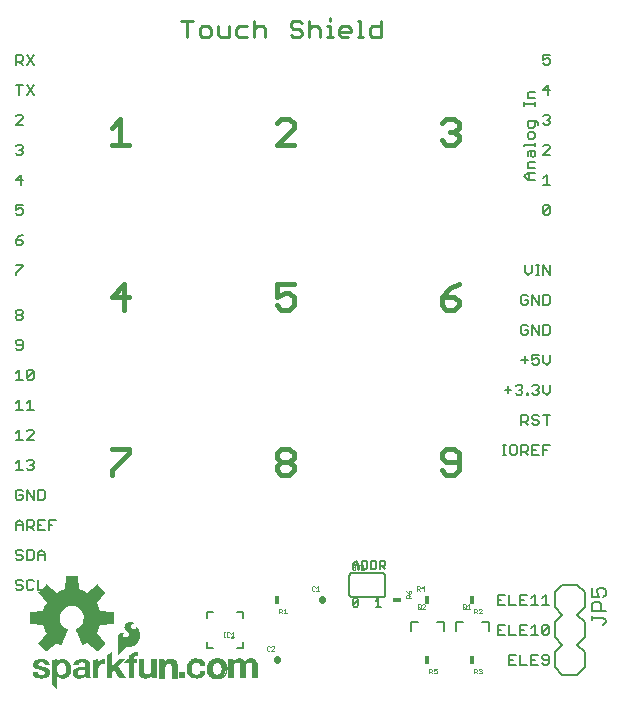
<source format=gbr>
G04 EAGLE Gerber RS-274X export*
G75*
%MOMM*%
%FSLAX34Y34*%
%LPD*%
%INSilkscreen Top*%
%IPPOS*%
%AMOC8*
5,1,8,0,0,1.08239X$1,22.5*%
G01*
%ADD10C,0.152400*%
%ADD11C,0.254000*%
%ADD12C,0.381000*%
%ADD13C,0.127000*%
%ADD14C,0.025400*%
%ADD15C,0.558800*%
%ADD16R,0.457200X0.762000*%
%ADD17R,0.495300X0.485100*%
%ADD18C,0.203200*%
%ADD19R,0.762000X0.457200*%

G36*
X107993Y45346D02*
X107993Y45346D01*
X108101Y45356D01*
X108114Y45362D01*
X108128Y45364D01*
X108225Y45412D01*
X108324Y45457D01*
X108337Y45468D01*
X108346Y45472D01*
X108361Y45488D01*
X108438Y45550D01*
X114470Y51582D01*
X114520Y51653D01*
X114525Y51658D01*
X114527Y51661D01*
X114533Y51670D01*
X114599Y51756D01*
X114604Y51769D01*
X114612Y51781D01*
X114643Y51884D01*
X114679Y51987D01*
X114679Y52001D01*
X114683Y52014D01*
X114679Y52122D01*
X114680Y52231D01*
X114675Y52244D01*
X114675Y52258D01*
X114637Y52360D01*
X114602Y52462D01*
X114593Y52477D01*
X114589Y52486D01*
X114575Y52503D01*
X114521Y52585D01*
X107667Y60991D01*
X108705Y62877D01*
X108713Y62899D01*
X108741Y62951D01*
X109758Y65407D01*
X109764Y65430D01*
X109786Y65485D01*
X110385Y67553D01*
X121175Y68650D01*
X121279Y68678D01*
X121385Y68703D01*
X121397Y68710D01*
X121410Y68713D01*
X121500Y68774D01*
X121593Y68831D01*
X121601Y68842D01*
X121613Y68850D01*
X121679Y68936D01*
X121748Y69020D01*
X121752Y69033D01*
X121761Y69044D01*
X121795Y69147D01*
X121834Y69248D01*
X121835Y69266D01*
X121839Y69275D01*
X121839Y69297D01*
X121848Y69395D01*
X121848Y77925D01*
X121831Y78032D01*
X121817Y78140D01*
X121811Y78152D01*
X121809Y78166D01*
X121757Y78262D01*
X121710Y78359D01*
X121700Y78369D01*
X121694Y78381D01*
X121614Y78455D01*
X121538Y78532D01*
X121526Y78538D01*
X121516Y78548D01*
X121417Y78593D01*
X121320Y78641D01*
X121302Y78645D01*
X121293Y78649D01*
X121272Y78651D01*
X121175Y78670D01*
X110385Y79767D01*
X109786Y81835D01*
X109775Y81856D01*
X109758Y81913D01*
X108965Y83829D01*
X108741Y84369D01*
X108728Y84389D01*
X108705Y84443D01*
X107667Y86329D01*
X114521Y94735D01*
X114575Y94829D01*
X114632Y94921D01*
X114635Y94934D01*
X114642Y94946D01*
X114663Y95053D01*
X114688Y95158D01*
X114686Y95172D01*
X114689Y95186D01*
X114674Y95293D01*
X114664Y95401D01*
X114658Y95414D01*
X114656Y95428D01*
X114608Y95525D01*
X114563Y95624D01*
X114552Y95637D01*
X114548Y95646D01*
X114532Y95661D01*
X114470Y95738D01*
X108438Y101770D01*
X108350Y101833D01*
X108264Y101899D01*
X108251Y101904D01*
X108239Y101912D01*
X108136Y101943D01*
X108033Y101979D01*
X108019Y101979D01*
X108006Y101983D01*
X107898Y101979D01*
X107789Y101980D01*
X107776Y101975D01*
X107762Y101975D01*
X107660Y101937D01*
X107558Y101902D01*
X107543Y101893D01*
X107534Y101889D01*
X107517Y101875D01*
X107435Y101821D01*
X99029Y94967D01*
X97143Y96005D01*
X97121Y96013D01*
X97069Y96041D01*
X94613Y97058D01*
X94590Y97064D01*
X94535Y97086D01*
X92467Y97685D01*
X91370Y108475D01*
X91342Y108579D01*
X91317Y108685D01*
X91310Y108697D01*
X91307Y108710D01*
X91246Y108800D01*
X91189Y108893D01*
X91178Y108901D01*
X91170Y108913D01*
X91084Y108979D01*
X91000Y109048D01*
X90987Y109052D01*
X90976Y109061D01*
X90873Y109095D01*
X90772Y109134D01*
X90754Y109135D01*
X90745Y109139D01*
X90723Y109139D01*
X90625Y109148D01*
X82095Y109148D01*
X81988Y109131D01*
X81880Y109117D01*
X81868Y109111D01*
X81854Y109109D01*
X81758Y109057D01*
X81661Y109010D01*
X81651Y109000D01*
X81639Y108994D01*
X81565Y108914D01*
X81488Y108838D01*
X81482Y108826D01*
X81472Y108816D01*
X81427Y108717D01*
X81379Y108620D01*
X81375Y108602D01*
X81371Y108593D01*
X81369Y108572D01*
X81350Y108475D01*
X80253Y97685D01*
X78185Y97086D01*
X78164Y97075D01*
X78107Y97058D01*
X75651Y96041D01*
X75631Y96028D01*
X75577Y96005D01*
X73691Y94967D01*
X65285Y101821D01*
X65191Y101875D01*
X65099Y101932D01*
X65086Y101935D01*
X65074Y101942D01*
X64967Y101963D01*
X64862Y101988D01*
X64848Y101986D01*
X64834Y101989D01*
X64727Y101974D01*
X64619Y101964D01*
X64606Y101958D01*
X64593Y101956D01*
X64495Y101908D01*
X64396Y101863D01*
X64383Y101852D01*
X64374Y101848D01*
X64359Y101832D01*
X64282Y101770D01*
X58250Y95738D01*
X58187Y95650D01*
X58121Y95564D01*
X58116Y95551D01*
X58108Y95539D01*
X58077Y95436D01*
X58041Y95333D01*
X58041Y95319D01*
X58037Y95306D01*
X58041Y95198D01*
X58040Y95089D01*
X58045Y95076D01*
X58045Y95062D01*
X58083Y94960D01*
X58118Y94858D01*
X58127Y94843D01*
X58131Y94834D01*
X58145Y94817D01*
X58199Y94735D01*
X65053Y86329D01*
X64015Y84443D01*
X64007Y84421D01*
X63979Y84369D01*
X62962Y81913D01*
X62956Y81890D01*
X62934Y81835D01*
X62335Y79767D01*
X51545Y78670D01*
X51441Y78642D01*
X51335Y78617D01*
X51323Y78610D01*
X51310Y78607D01*
X51220Y78546D01*
X51127Y78489D01*
X51119Y78478D01*
X51107Y78470D01*
X51041Y78384D01*
X50973Y78300D01*
X50968Y78287D01*
X50959Y78276D01*
X50925Y78173D01*
X50886Y78072D01*
X50885Y78054D01*
X50881Y78045D01*
X50882Y78023D01*
X50872Y77925D01*
X50872Y69395D01*
X50889Y69288D01*
X50903Y69180D01*
X50909Y69168D01*
X50911Y69154D01*
X50963Y69058D01*
X51010Y68961D01*
X51020Y68951D01*
X51026Y68939D01*
X51106Y68865D01*
X51182Y68788D01*
X51194Y68782D01*
X51205Y68772D01*
X51303Y68727D01*
X51400Y68679D01*
X51418Y68675D01*
X51427Y68671D01*
X51448Y68669D01*
X51545Y68650D01*
X62335Y67553D01*
X62934Y65485D01*
X62945Y65464D01*
X62962Y65407D01*
X63017Y65274D01*
X63948Y63027D01*
X63948Y63026D01*
X63979Y62951D01*
X63992Y62931D01*
X64015Y62877D01*
X65053Y60991D01*
X58199Y52585D01*
X58145Y52491D01*
X58088Y52399D01*
X58085Y52386D01*
X58078Y52374D01*
X58057Y52267D01*
X58032Y52162D01*
X58034Y52148D01*
X58031Y52134D01*
X58046Y52027D01*
X58056Y51919D01*
X58062Y51906D01*
X58064Y51893D01*
X58112Y51795D01*
X58157Y51696D01*
X58168Y51683D01*
X58172Y51674D01*
X58188Y51659D01*
X58250Y51582D01*
X64282Y45550D01*
X64370Y45487D01*
X64456Y45421D01*
X64469Y45416D01*
X64481Y45408D01*
X64584Y45377D01*
X64687Y45341D01*
X64701Y45341D01*
X64714Y45337D01*
X64822Y45341D01*
X64931Y45340D01*
X64944Y45345D01*
X64958Y45345D01*
X65060Y45383D01*
X65162Y45418D01*
X65177Y45427D01*
X65186Y45431D01*
X65203Y45445D01*
X65285Y45499D01*
X73685Y52348D01*
X74972Y51616D01*
X74991Y51609D01*
X75027Y51588D01*
X76836Y50749D01*
X76874Y50739D01*
X76910Y50720D01*
X76991Y50706D01*
X77071Y50684D01*
X77111Y50686D01*
X77150Y50680D01*
X77232Y50693D01*
X77315Y50698D01*
X77352Y50713D01*
X77391Y50719D01*
X77464Y50758D01*
X77541Y50789D01*
X77571Y50815D01*
X77607Y50834D01*
X77663Y50894D01*
X77726Y50948D01*
X77746Y50983D01*
X77774Y51012D01*
X77843Y51142D01*
X82866Y63268D01*
X82892Y63380D01*
X82921Y63492D01*
X82920Y63499D01*
X82922Y63506D01*
X82910Y63620D01*
X82901Y63735D01*
X82899Y63741D01*
X82898Y63749D01*
X82850Y63853D01*
X82805Y63959D01*
X82800Y63964D01*
X82797Y63971D01*
X82719Y64055D01*
X82642Y64140D01*
X82634Y64145D01*
X82630Y64149D01*
X82617Y64156D01*
X82518Y64221D01*
X80940Y65036D01*
X79572Y66065D01*
X78396Y67309D01*
X77445Y68733D01*
X76745Y70296D01*
X76318Y71954D01*
X76174Y73656D01*
X76354Y75562D01*
X76885Y77397D01*
X77749Y79100D01*
X78916Y80612D01*
X80345Y81879D01*
X81985Y82858D01*
X83780Y83513D01*
X85665Y83821D01*
X87574Y83773D01*
X89441Y83368D01*
X91199Y82622D01*
X92787Y81561D01*
X94150Y80222D01*
X95238Y78652D01*
X96014Y76907D01*
X96450Y75047D01*
X96532Y73139D01*
X96256Y71249D01*
X95631Y69444D01*
X94681Y67787D01*
X93438Y66336D01*
X91946Y65144D01*
X90196Y64217D01*
X90107Y64150D01*
X90017Y64085D01*
X90010Y64076D01*
X90001Y64070D01*
X89939Y63977D01*
X89874Y63887D01*
X89871Y63876D01*
X89865Y63867D01*
X89836Y63760D01*
X89803Y63654D01*
X89804Y63643D01*
X89801Y63632D01*
X89807Y63520D01*
X89811Y63410D01*
X89815Y63396D01*
X89816Y63388D01*
X89823Y63370D01*
X89854Y63268D01*
X90264Y62277D01*
X91195Y60030D01*
X91195Y60029D01*
X92126Y57782D01*
X92127Y57782D01*
X93058Y55534D01*
X93989Y53286D01*
X94877Y51142D01*
X94898Y51108D01*
X94911Y51071D01*
X94962Y51005D01*
X95006Y50935D01*
X95037Y50910D01*
X95061Y50878D01*
X95130Y50833D01*
X95194Y50780D01*
X95232Y50766D01*
X95265Y50744D01*
X95345Y50723D01*
X95423Y50694D01*
X95463Y50693D01*
X95501Y50683D01*
X95584Y50689D01*
X95666Y50686D01*
X95705Y50698D01*
X95745Y50701D01*
X95884Y50749D01*
X97693Y51588D01*
X97709Y51599D01*
X97748Y51616D01*
X99035Y52348D01*
X107435Y45499D01*
X107529Y45445D01*
X107621Y45388D01*
X107634Y45385D01*
X107646Y45378D01*
X107753Y45357D01*
X107858Y45332D01*
X107872Y45334D01*
X107886Y45331D01*
X107993Y45346D01*
G37*
G36*
X125460Y41938D02*
X125460Y41938D01*
X125464Y41936D01*
X125534Y41972D01*
X125544Y41977D01*
X125545Y41978D01*
X130417Y47460D01*
X131271Y48242D01*
X132261Y48831D01*
X132612Y48958D01*
X132980Y49023D01*
X135255Y49023D01*
X135260Y49025D01*
X135266Y49023D01*
X136630Y49147D01*
X136640Y49153D01*
X136652Y49151D01*
X137971Y49519D01*
X137979Y49527D01*
X137992Y49528D01*
X139222Y50128D01*
X139229Y50135D01*
X139240Y50138D01*
X140397Y50955D01*
X140402Y50963D01*
X140411Y50966D01*
X141442Y51938D01*
X141445Y51946D01*
X141451Y51948D01*
X141451Y51950D01*
X141454Y51951D01*
X142339Y53058D01*
X142341Y53068D01*
X142350Y53075D01*
X143297Y54756D01*
X143298Y54767D01*
X143306Y54777D01*
X143934Y56601D01*
X143933Y56612D01*
X143940Y56623D01*
X144228Y58530D01*
X144225Y58541D01*
X144230Y58553D01*
X144228Y58605D01*
X144220Y58857D01*
X144216Y58983D01*
X144216Y58984D01*
X144208Y59236D01*
X144200Y59489D01*
X144196Y59615D01*
X144188Y59867D01*
X144177Y60246D01*
X144169Y60481D01*
X144165Y60490D01*
X144167Y60502D01*
X143960Y61541D01*
X143955Y61549D01*
X143955Y61560D01*
X143597Y62557D01*
X143591Y62564D01*
X143590Y62575D01*
X143088Y63509D01*
X143079Y63516D01*
X143076Y63528D01*
X142169Y64665D01*
X142158Y64671D01*
X142151Y64684D01*
X141025Y65605D01*
X140982Y65617D01*
X140941Y65633D01*
X140936Y65631D01*
X140930Y65632D01*
X140892Y65611D01*
X140852Y65592D01*
X140849Y65586D01*
X140845Y65584D01*
X140837Y65555D01*
X140819Y65507D01*
X140819Y64627D01*
X140803Y64507D01*
X140759Y64404D01*
X140485Y64065D01*
X140124Y63816D01*
X139950Y63751D01*
X139412Y63693D01*
X138882Y63791D01*
X138394Y64040D01*
X137492Y64691D01*
X137080Y65045D01*
X136729Y65455D01*
X136446Y65913D01*
X136240Y66407D01*
X136181Y66707D01*
X136193Y67010D01*
X136350Y67529D01*
X136636Y67989D01*
X137031Y68359D01*
X137512Y68614D01*
X138002Y68753D01*
X138513Y68810D01*
X139116Y68810D01*
X139117Y68810D01*
X139139Y68819D01*
X139207Y68848D01*
X139242Y68940D01*
X139238Y68949D01*
X139204Y69025D01*
X139202Y69028D01*
X139201Y69029D01*
X139200Y69030D01*
X139179Y69050D01*
X139172Y69053D01*
X139168Y69061D01*
X138733Y69399D01*
X138718Y69403D01*
X138706Y69415D01*
X138202Y69636D01*
X138201Y69636D01*
X137845Y69788D01*
X137617Y69889D01*
X137607Y69890D01*
X137597Y69896D01*
X136719Y70116D01*
X136710Y70115D01*
X136700Y70119D01*
X135800Y70205D01*
X135790Y70201D01*
X135778Y70205D01*
X134910Y70139D01*
X134899Y70133D01*
X134886Y70134D01*
X134046Y69903D01*
X134036Y69895D01*
X134023Y69894D01*
X133243Y69506D01*
X133236Y69498D01*
X133225Y69495D01*
X132448Y68935D01*
X132444Y68928D01*
X132435Y68924D01*
X131739Y68266D01*
X131734Y68255D01*
X131723Y68247D01*
X131292Y67644D01*
X131289Y67629D01*
X131277Y67616D01*
X131010Y66924D01*
X131010Y66908D01*
X131002Y66893D01*
X130915Y66156D01*
X130920Y66141D01*
X130916Y66124D01*
X131015Y65389D01*
X131023Y65376D01*
X131023Y65359D01*
X131303Y64671D01*
X131312Y64662D01*
X131315Y64648D01*
X132502Y62890D01*
X132510Y62885D01*
X132514Y62874D01*
X133967Y61333D01*
X134337Y60898D01*
X134577Y60395D01*
X134679Y59847D01*
X134636Y59291D01*
X134450Y58766D01*
X134135Y58306D01*
X133710Y57941D01*
X133167Y57648D01*
X132581Y57450D01*
X131971Y57353D01*
X131260Y57388D01*
X130582Y57595D01*
X129976Y57960D01*
X129663Y58288D01*
X129457Y58692D01*
X129364Y59108D01*
X129364Y59536D01*
X129457Y59951D01*
X129529Y60089D01*
X129647Y60203D01*
X130471Y60802D01*
X130604Y60873D01*
X130742Y60901D01*
X130900Y60885D01*
X130943Y60899D01*
X130988Y60910D01*
X130990Y60914D01*
X130994Y60915D01*
X131014Y60956D01*
X131037Y60995D01*
X131036Y60999D01*
X131038Y61003D01*
X131023Y61046D01*
X131010Y61090D01*
X131007Y61092D01*
X131006Y61096D01*
X130968Y61115D01*
X130932Y61136D01*
X130449Y61212D01*
X130444Y61211D01*
X130439Y61213D01*
X129499Y61286D01*
X129490Y61283D01*
X129479Y61286D01*
X128539Y61213D01*
X128529Y61208D01*
X128517Y61209D01*
X127818Y61025D01*
X127808Y61017D01*
X127794Y61016D01*
X127146Y60695D01*
X127138Y60686D01*
X127124Y60682D01*
X126554Y60237D01*
X126548Y60226D01*
X126536Y60220D01*
X126066Y59670D01*
X126062Y59658D01*
X126051Y59649D01*
X125650Y58917D01*
X125649Y58904D01*
X125640Y58893D01*
X125400Y58094D01*
X125401Y58081D01*
X125395Y58068D01*
X125325Y57237D01*
X125327Y57231D01*
X125325Y57226D01*
X125325Y42062D01*
X125327Y42057D01*
X125325Y42053D01*
X125346Y42013D01*
X125363Y41971D01*
X125368Y41970D01*
X125370Y41965D01*
X125413Y41952D01*
X125455Y41936D01*
X125460Y41938D01*
G37*
G36*
X74047Y13261D02*
X74047Y13261D01*
X74050Y13260D01*
X74092Y13281D01*
X74134Y13301D01*
X74135Y13303D01*
X74137Y13304D01*
X74144Y13326D01*
X74167Y13386D01*
X74167Y24490D01*
X74168Y24488D01*
X74688Y23772D01*
X74699Y23765D01*
X74706Y23752D01*
X75366Y23162D01*
X75378Y23158D01*
X75388Y23147D01*
X76157Y22710D01*
X76170Y22708D01*
X76182Y22699D01*
X77026Y22435D01*
X77037Y22436D01*
X77048Y22430D01*
X78265Y22275D01*
X78274Y22277D01*
X78283Y22274D01*
X79510Y22291D01*
X79518Y22294D01*
X79528Y22292D01*
X80740Y22481D01*
X80749Y22486D01*
X80760Y22486D01*
X81679Y22780D01*
X81687Y22787D01*
X81699Y22789D01*
X82555Y23235D01*
X82561Y23243D01*
X82573Y23246D01*
X83341Y23831D01*
X83346Y23840D01*
X83357Y23845D01*
X84014Y24552D01*
X84018Y24562D01*
X84028Y24569D01*
X84800Y25754D01*
X84802Y25764D01*
X84810Y25773D01*
X85366Y27073D01*
X85366Y27084D01*
X85373Y27094D01*
X85696Y28470D01*
X85694Y28481D01*
X85699Y28492D01*
X85817Y30707D01*
X85813Y30718D01*
X85816Y30730D01*
X85533Y32930D01*
X85528Y32940D01*
X85528Y32952D01*
X84854Y35065D01*
X84846Y35075D01*
X84844Y35088D01*
X84265Y36129D01*
X84254Y36137D01*
X84249Y36151D01*
X83457Y37041D01*
X83448Y37046D01*
X83441Y37056D01*
X82617Y37709D01*
X82609Y37711D01*
X82603Y37718D01*
X81701Y38259D01*
X81691Y38261D01*
X81682Y38269D01*
X80658Y38669D01*
X80645Y38669D01*
X80633Y38676D01*
X79548Y38859D01*
X79537Y38857D01*
X79525Y38861D01*
X77544Y38836D01*
X77533Y38831D01*
X77520Y38834D01*
X77038Y38732D01*
X77029Y38725D01*
X77017Y38725D01*
X75696Y38192D01*
X75689Y38185D01*
X75679Y38184D01*
X75285Y37951D01*
X75278Y37942D01*
X75266Y37937D01*
X74923Y37636D01*
X74920Y37630D01*
X74913Y37627D01*
X74024Y36662D01*
X74024Y36661D01*
X74023Y36660D01*
X73889Y36511D01*
X73913Y38428D01*
X73907Y38443D01*
X73910Y38457D01*
X73890Y38486D01*
X73876Y38520D01*
X73862Y38525D01*
X73853Y38538D01*
X73812Y38545D01*
X73785Y38556D01*
X73775Y38552D01*
X73764Y38554D01*
X69878Y37818D01*
X69844Y37796D01*
X69808Y37779D01*
X69804Y37769D01*
X69796Y37763D01*
X69790Y37734D01*
X69775Y37694D01*
X69775Y17120D01*
X69777Y17114D01*
X69775Y17107D01*
X69804Y17050D01*
X69813Y17029D01*
X69815Y17028D01*
X69816Y17026D01*
X73956Y13292D01*
X74001Y13277D01*
X74045Y13260D01*
X74047Y13261D01*
G37*
G36*
X233555Y22608D02*
X233555Y22608D01*
X233557Y22607D01*
X233600Y22627D01*
X233644Y22645D01*
X233644Y22647D01*
X233646Y22648D01*
X233679Y22733D01*
X233679Y32254D01*
X233754Y33357D01*
X233903Y33996D01*
X234176Y34591D01*
X234561Y35119D01*
X234879Y35405D01*
X235252Y35615D01*
X235661Y35741D01*
X236564Y35833D01*
X237468Y35765D01*
X237916Y35637D01*
X238322Y35411D01*
X238482Y35265D01*
X238665Y35098D01*
X238926Y34714D01*
X239238Y33892D01*
X239345Y33012D01*
X239345Y22733D01*
X239346Y22731D01*
X239345Y22729D01*
X239365Y22686D01*
X239383Y22642D01*
X239385Y22642D01*
X239386Y22640D01*
X239471Y22607D01*
X243713Y22607D01*
X243715Y22608D01*
X243717Y22607D01*
X243760Y22627D01*
X243804Y22645D01*
X243804Y22647D01*
X243806Y22648D01*
X243839Y22733D01*
X243839Y34315D01*
X243836Y34324D01*
X243838Y34334D01*
X243669Y35430D01*
X243663Y35441D01*
X243663Y35455D01*
X243277Y36494D01*
X243268Y36503D01*
X243265Y36517D01*
X242677Y37456D01*
X242666Y37464D01*
X242661Y37477D01*
X242015Y38141D01*
X242003Y38146D01*
X241994Y38159D01*
X241220Y38666D01*
X241206Y38668D01*
X241195Y38679D01*
X240329Y39005D01*
X240318Y39005D01*
X240308Y39011D01*
X239048Y39260D01*
X239042Y39258D01*
X239034Y39262D01*
X237755Y39369D01*
X237745Y39366D01*
X237735Y39369D01*
X236841Y39308D01*
X236831Y39302D01*
X236817Y39304D01*
X235952Y39072D01*
X235942Y39065D01*
X235929Y39064D01*
X235124Y38670D01*
X235117Y38663D01*
X235105Y38660D01*
X234216Y38022D01*
X234212Y38014D01*
X234202Y38010D01*
X233414Y37251D01*
X233413Y37248D01*
X233410Y37247D01*
X232955Y36766D01*
X232913Y36724D01*
X232533Y37382D01*
X232523Y37389D01*
X232519Y37402D01*
X231937Y38071D01*
X231926Y38076D01*
X231919Y38088D01*
X231221Y38634D01*
X231209Y38637D01*
X231200Y38647D01*
X230410Y39050D01*
X230398Y39051D01*
X230387Y39060D01*
X229464Y39320D01*
X229452Y39319D01*
X229439Y39325D01*
X228482Y39394D01*
X228472Y39391D01*
X228461Y39394D01*
X227089Y39267D01*
X227082Y39263D01*
X227072Y39264D01*
X225980Y39010D01*
X225970Y39003D01*
X225957Y39002D01*
X225067Y38598D01*
X225057Y38586D01*
X225041Y38581D01*
X224279Y37969D01*
X224275Y37962D01*
X224267Y37959D01*
X224157Y37845D01*
X224035Y37718D01*
X224034Y37718D01*
X223912Y37592D01*
X223790Y37466D01*
X223668Y37340D01*
X223546Y37213D01*
X223545Y37213D01*
X223505Y37172D01*
X223503Y37165D01*
X223496Y37161D01*
X223194Y36765D01*
X223163Y36758D01*
X223163Y38811D01*
X223162Y38813D01*
X223163Y38815D01*
X223143Y38858D01*
X223125Y38902D01*
X223123Y38902D01*
X223122Y38904D01*
X223037Y38937D01*
X219050Y38937D01*
X219048Y38936D01*
X219046Y38937D01*
X219003Y38917D01*
X218959Y38899D01*
X218959Y38897D01*
X218957Y38896D01*
X218924Y38811D01*
X218924Y22758D01*
X218925Y22756D01*
X218924Y22754D01*
X218944Y22711D01*
X218962Y22667D01*
X218964Y22667D01*
X218965Y22665D01*
X219050Y22632D01*
X223368Y22632D01*
X223370Y22633D01*
X223372Y22632D01*
X223415Y22652D01*
X223459Y22670D01*
X223459Y22672D01*
X223461Y22673D01*
X223494Y22758D01*
X223494Y32563D01*
X223493Y32566D01*
X223494Y32569D01*
X223464Y33191D01*
X223596Y33782D01*
X223879Y34320D01*
X224699Y35264D01*
X225053Y35530D01*
X225457Y35708D01*
X225897Y35790D01*
X226745Y35840D01*
X227222Y35808D01*
X227673Y35672D01*
X228081Y35439D01*
X228428Y35121D01*
X228798Y34574D01*
X229029Y33955D01*
X229109Y33292D01*
X229109Y22733D01*
X229110Y22731D01*
X229109Y22729D01*
X229129Y22686D01*
X229147Y22642D01*
X229149Y22642D01*
X229150Y22640D01*
X229235Y22607D01*
X233553Y22607D01*
X233555Y22608D01*
G37*
G36*
X93234Y22243D02*
X93234Y22243D01*
X93245Y22240D01*
X94863Y22481D01*
X94872Y22487D01*
X94885Y22486D01*
X95920Y22839D01*
X95929Y22846D01*
X95941Y22848D01*
X96892Y23388D01*
X96900Y23397D01*
X96912Y23402D01*
X97739Y24105D01*
X97763Y24121D01*
X97772Y24122D01*
X97780Y24120D01*
X97787Y24114D01*
X97796Y24091D01*
X98023Y23062D01*
X98025Y23059D01*
X98024Y23056D01*
X98100Y22776D01*
X98111Y22762D01*
X98115Y22743D01*
X98136Y22707D01*
X98160Y22690D01*
X98187Y22661D01*
X98224Y22642D01*
X98254Y22640D01*
X98292Y22629D01*
X98328Y22632D01*
X102362Y22632D01*
X102385Y22641D01*
X102410Y22641D01*
X102428Y22660D01*
X102453Y22670D01*
X102462Y22693D01*
X102479Y22711D01*
X102480Y22740D01*
X102488Y22762D01*
X102480Y22780D01*
X102480Y22802D01*
X102406Y23001D01*
X102057Y24296D01*
X101955Y25633D01*
X101980Y29971D01*
X101979Y29974D01*
X101980Y29976D01*
X101960Y30019D01*
X101947Y30052D01*
X101955Y30074D01*
X101955Y34900D01*
X101952Y34907D01*
X101954Y34916D01*
X101863Y35651D01*
X101856Y35664D01*
X101856Y35681D01*
X101589Y36372D01*
X101578Y36382D01*
X101574Y36399D01*
X101147Y37004D01*
X101134Y37012D01*
X101126Y37027D01*
X100564Y37510D01*
X100551Y37514D01*
X100541Y37525D01*
X99238Y38219D01*
X99226Y38220D01*
X99215Y38228D01*
X97801Y38653D01*
X97791Y38652D01*
X97782Y38657D01*
X96043Y38887D01*
X96035Y38885D01*
X96027Y38888D01*
X94273Y38896D01*
X94266Y38893D01*
X94257Y38896D01*
X92517Y38682D01*
X92509Y38678D01*
X92499Y38679D01*
X91270Y38345D01*
X91262Y38338D01*
X91251Y38338D01*
X90093Y37809D01*
X90085Y37800D01*
X90072Y37797D01*
X89255Y37223D01*
X89248Y37212D01*
X89235Y37206D01*
X88552Y36476D01*
X88549Y36467D01*
X88547Y36467D01*
X88545Y36462D01*
X88536Y36455D01*
X88017Y35602D01*
X88015Y35589D01*
X88005Y35578D01*
X87671Y34637D01*
X87672Y34624D01*
X87665Y34611D01*
X87543Y33720D01*
X87540Y33718D01*
X87539Y33718D01*
X87520Y33669D01*
X87504Y33626D01*
X87506Y33621D01*
X87539Y33543D01*
X87564Y33517D01*
X87604Y33499D01*
X87642Y33478D01*
X87648Y33480D01*
X87655Y33478D01*
X87695Y33495D01*
X87725Y33504D01*
X91872Y33504D01*
X91874Y33505D01*
X91876Y33504D01*
X91919Y33524D01*
X91963Y33542D01*
X91963Y33544D01*
X91965Y33545D01*
X91998Y33630D01*
X91998Y33673D01*
X92061Y34204D01*
X92245Y34699D01*
X92540Y35137D01*
X92930Y35493D01*
X93394Y35748D01*
X93955Y35913D01*
X94542Y35967D01*
X95897Y35917D01*
X96266Y35856D01*
X96612Y35728D01*
X96926Y35535D01*
X97179Y35301D01*
X97378Y35022D01*
X97517Y34708D01*
X97628Y34187D01*
X97628Y33656D01*
X97517Y33135D01*
X97475Y33038D01*
X97415Y32951D01*
X97131Y32690D01*
X96703Y32444D01*
X96234Y32279D01*
X94928Y32053D01*
X92722Y31825D01*
X92718Y31822D01*
X92713Y31823D01*
X91176Y31545D01*
X91168Y31541D01*
X91159Y31541D01*
X89674Y31057D01*
X89666Y31050D01*
X89654Y31049D01*
X88958Y30683D01*
X88950Y30673D01*
X88937Y30669D01*
X88327Y30171D01*
X88321Y30160D01*
X88311Y30154D01*
X88310Y30154D01*
X88309Y30153D01*
X87811Y29544D01*
X87807Y29531D01*
X87796Y29520D01*
X87367Y28658D01*
X87366Y28643D01*
X87357Y28629D01*
X87151Y27688D01*
X87153Y27675D01*
X87148Y27661D01*
X87145Y26600D01*
X87150Y26590D01*
X87147Y26577D01*
X87336Y25533D01*
X87342Y25524D01*
X87342Y25511D01*
X87715Y24518D01*
X87723Y24509D01*
X87725Y24497D01*
X88017Y24014D01*
X88026Y24007D01*
X88031Y23995D01*
X88408Y23575D01*
X88419Y23570D01*
X88426Y23559D01*
X88874Y23217D01*
X88887Y23213D01*
X88897Y23203D01*
X90166Y22597D01*
X90179Y22597D01*
X90192Y22588D01*
X91564Y22280D01*
X91576Y22282D01*
X91589Y22277D01*
X93224Y22239D01*
X93234Y22243D01*
G37*
G36*
X120601Y22506D02*
X120601Y22506D01*
X120603Y22505D01*
X120646Y22525D01*
X120690Y22543D01*
X120690Y22545D01*
X120692Y22546D01*
X120725Y22631D01*
X120725Y28039D01*
X122380Y29646D01*
X126613Y22668D01*
X126628Y22657D01*
X126636Y22640D01*
X126670Y22627D01*
X126693Y22610D01*
X126706Y22612D01*
X126720Y22607D01*
X131800Y22582D01*
X131836Y22597D01*
X131874Y22605D01*
X131880Y22615D01*
X131891Y22620D01*
X131906Y22656D01*
X131926Y22689D01*
X131923Y22701D01*
X131927Y22711D01*
X131915Y22739D01*
X131906Y22778D01*
X125309Y32673D01*
X131000Y38239D01*
X131001Y38240D01*
X131003Y38241D01*
X131020Y38286D01*
X131038Y38330D01*
X131038Y38331D01*
X131038Y38333D01*
X131018Y38376D01*
X130999Y38420D01*
X130998Y38421D01*
X130997Y38422D01*
X130912Y38455D01*
X126238Y38455D01*
X126235Y38454D01*
X126232Y38455D01*
X126149Y38418D01*
X120674Y32944D01*
X120674Y44374D01*
X120661Y44406D01*
X120656Y44440D01*
X120642Y44450D01*
X120636Y44465D01*
X120604Y44477D01*
X120575Y44497D01*
X120558Y44495D01*
X120544Y44500D01*
X120519Y44489D01*
X120485Y44484D01*
X116345Y42122D01*
X116333Y42105D01*
X116315Y42097D01*
X116302Y42065D01*
X116286Y42043D01*
X116288Y42028D01*
X116282Y42012D01*
X116282Y22682D01*
X116283Y22679D01*
X116282Y22676D01*
X116319Y22593D01*
X116370Y22542D01*
X116373Y22541D01*
X116374Y22538D01*
X116459Y22505D01*
X120599Y22505D01*
X120601Y22506D01*
G37*
G36*
X149528Y22231D02*
X149528Y22231D01*
X149535Y22234D01*
X149544Y22233D01*
X151022Y22456D01*
X151030Y22461D01*
X151040Y22460D01*
X151302Y22541D01*
X151310Y22547D01*
X151322Y22549D01*
X151567Y22671D01*
X151574Y22678D01*
X151584Y22681D01*
X152514Y23340D01*
X152519Y23348D01*
X152528Y23351D01*
X153355Y24136D01*
X153358Y24144D01*
X153367Y24149D01*
X153874Y24790D01*
X153874Y22733D01*
X153875Y22731D01*
X153874Y22729D01*
X153894Y22686D01*
X153912Y22642D01*
X153914Y22642D01*
X153915Y22640D01*
X154000Y22607D01*
X158013Y22607D01*
X158015Y22608D01*
X158017Y22607D01*
X158060Y22627D01*
X158104Y22645D01*
X158104Y22647D01*
X158106Y22648D01*
X158139Y22733D01*
X158139Y38354D01*
X158138Y38356D01*
X158139Y38358D01*
X158119Y38401D01*
X158101Y38445D01*
X158099Y38445D01*
X158098Y38447D01*
X158013Y38480D01*
X153797Y38480D01*
X153795Y38479D01*
X153793Y38480D01*
X153750Y38460D01*
X153706Y38442D01*
X153706Y38440D01*
X153704Y38439D01*
X153671Y38354D01*
X153671Y30052D01*
X153595Y28822D01*
X153370Y27618D01*
X153161Y27068D01*
X152834Y26583D01*
X152403Y26186D01*
X151893Y25898D01*
X151202Y25686D01*
X150481Y25619D01*
X149762Y25699D01*
X149073Y25922D01*
X148678Y26147D01*
X148337Y26448D01*
X148065Y26810D01*
X147722Y27578D01*
X147573Y28408D01*
X147573Y38405D01*
X147572Y38407D01*
X147573Y38409D01*
X147553Y38452D01*
X147535Y38496D01*
X147533Y38496D01*
X147532Y38498D01*
X147447Y38531D01*
X143307Y38531D01*
X143305Y38530D01*
X143303Y38531D01*
X143260Y38511D01*
X143216Y38493D01*
X143216Y38491D01*
X143214Y38490D01*
X143181Y38405D01*
X143181Y27610D01*
X143183Y27605D01*
X143181Y27598D01*
X143282Y26499D01*
X143287Y26490D01*
X143287Y26489D01*
X143288Y26487D01*
X143286Y26476D01*
X143586Y25413D01*
X143593Y25404D01*
X143594Y25391D01*
X144082Y24401D01*
X144091Y24393D01*
X144095Y24381D01*
X144755Y23496D01*
X144765Y23489D01*
X144772Y23477D01*
X145026Y23249D01*
X145034Y23246D01*
X145035Y23244D01*
X145040Y23242D01*
X145046Y23234D01*
X145948Y22708D01*
X145960Y22707D01*
X145970Y22698D01*
X146956Y22355D01*
X146968Y22356D01*
X146980Y22349D01*
X148013Y22202D01*
X148023Y22205D01*
X148034Y22201D01*
X149528Y22231D01*
G37*
G36*
X164721Y22532D02*
X164721Y22532D01*
X164723Y22531D01*
X164766Y22551D01*
X164810Y22569D01*
X164810Y22571D01*
X164812Y22572D01*
X164845Y22657D01*
X164845Y32023D01*
X164926Y32806D01*
X165142Y33556D01*
X165505Y34235D01*
X166022Y34804D01*
X166479Y35118D01*
X166995Y35322D01*
X167551Y35409D01*
X168656Y35459D01*
X168972Y35442D01*
X169272Y35365D01*
X169707Y35148D01*
X170081Y34839D01*
X170377Y34452D01*
X170687Y33810D01*
X170878Y33122D01*
X170943Y32404D01*
X170943Y22758D01*
X170944Y22756D01*
X170943Y22754D01*
X170963Y22711D01*
X170981Y22667D01*
X170983Y22667D01*
X170984Y22665D01*
X171069Y22632D01*
X175158Y22632D01*
X175160Y22633D01*
X175162Y22632D01*
X175205Y22652D01*
X175249Y22670D01*
X175249Y22672D01*
X175251Y22673D01*
X175284Y22758D01*
X175284Y33299D01*
X175282Y33304D01*
X175284Y33309D01*
X175194Y34438D01*
X175190Y34446D01*
X175191Y34455D01*
X174951Y35562D01*
X174946Y35570D01*
X174946Y35580D01*
X174677Y36285D01*
X174669Y36293D01*
X174667Y36305D01*
X174283Y36954D01*
X174274Y36960D01*
X174270Y36972D01*
X173781Y37547D01*
X173770Y37552D01*
X173763Y37564D01*
X172978Y38182D01*
X172965Y38185D01*
X172954Y38197D01*
X172049Y38619D01*
X172035Y38620D01*
X172021Y38628D01*
X171044Y38834D01*
X171033Y38831D01*
X171021Y38836D01*
X169015Y38886D01*
X169005Y38882D01*
X168994Y38885D01*
X167942Y38730D01*
X167931Y38723D01*
X167917Y38723D01*
X166920Y38354D01*
X166910Y38345D01*
X166896Y38342D01*
X165998Y37775D01*
X165991Y37766D01*
X165980Y37762D01*
X165519Y37346D01*
X165516Y37338D01*
X165508Y37334D01*
X165106Y36861D01*
X165104Y36856D01*
X165100Y36854D01*
X164823Y36476D01*
X164709Y36340D01*
X164667Y36311D01*
X164667Y38379D01*
X164666Y38381D01*
X164667Y38383D01*
X164647Y38426D01*
X164629Y38470D01*
X164627Y38470D01*
X164626Y38472D01*
X164541Y38505D01*
X160503Y38505D01*
X160501Y38504D01*
X160499Y38505D01*
X160456Y38485D01*
X160412Y38467D01*
X160412Y38465D01*
X160410Y38464D01*
X160377Y38379D01*
X160377Y22657D01*
X160378Y22655D01*
X160377Y22653D01*
X160397Y22610D01*
X160415Y22566D01*
X160417Y22566D01*
X160418Y22564D01*
X160503Y22531D01*
X164719Y22531D01*
X164721Y22532D01*
G37*
G36*
X211316Y22709D02*
X211316Y22709D01*
X211328Y22716D01*
X211344Y22716D01*
X213198Y23351D01*
X213211Y23362D01*
X213230Y23367D01*
X214347Y24154D01*
X214352Y24162D01*
X214361Y24166D01*
X215555Y25309D01*
X215561Y25323D01*
X215575Y25333D01*
X216388Y26628D01*
X216391Y26645D01*
X216403Y26661D01*
X217089Y29125D01*
X217087Y29135D01*
X217092Y29144D01*
X217346Y31252D01*
X217342Y31267D01*
X217346Y31283D01*
X217066Y33468D01*
X217057Y33483D01*
X217056Y33503D01*
X216015Y35840D01*
X216002Y35852D01*
X215996Y35871D01*
X214904Y37141D01*
X214890Y37148D01*
X214880Y37163D01*
X212899Y38534D01*
X212883Y38537D01*
X212868Y38549D01*
X211242Y39108D01*
X211229Y39108D01*
X211217Y39114D01*
X209210Y39368D01*
X209201Y39366D01*
X209192Y39369D01*
X209155Y39353D01*
X209115Y39342D01*
X209111Y39333D01*
X209102Y39329D01*
X209082Y39280D01*
X209068Y39255D01*
X209070Y39250D01*
X209068Y39245D01*
X209018Y36273D01*
X209019Y36270D01*
X209018Y36267D01*
X209037Y36225D01*
X209055Y36182D01*
X209058Y36181D01*
X209059Y36178D01*
X209144Y36145D01*
X209240Y36145D01*
X210427Y36046D01*
X211380Y35533D01*
X212214Y34724D01*
X212958Y33112D01*
X213209Y31183D01*
X213209Y29758D01*
X212834Y28210D01*
X212291Y27000D01*
X211212Y26019D01*
X209461Y25427D01*
X207713Y25649D01*
X206065Y26657D01*
X205527Y27684D01*
X205153Y28833D01*
X204978Y30081D01*
X205028Y31940D01*
X205302Y33414D01*
X205698Y34303D01*
X206486Y35387D01*
X207634Y36022D01*
X208729Y36172D01*
X208766Y36194D01*
X208805Y36212D01*
X208808Y36219D01*
X208814Y36222D01*
X208821Y36252D01*
X208838Y36297D01*
X208838Y39218D01*
X208827Y39245D01*
X208825Y39274D01*
X208808Y39290D01*
X208800Y39309D01*
X208778Y39317D01*
X208758Y39335D01*
X208631Y39385D01*
X208609Y39385D01*
X208585Y39394D01*
X208534Y39394D01*
X208527Y39391D01*
X208519Y39393D01*
X207046Y39216D01*
X207028Y39206D01*
X207005Y39204D01*
X203627Y37527D01*
X203610Y37508D01*
X203584Y37492D01*
X201450Y34774D01*
X201443Y34750D01*
X201426Y34724D01*
X200613Y31168D01*
X200617Y31146D01*
X200611Y31120D01*
X201221Y27234D01*
X201234Y27214D01*
X201240Y27186D01*
X202840Y24697D01*
X202861Y24682D01*
X202879Y24658D01*
X205724Y22880D01*
X205748Y22876D01*
X205774Y22862D01*
X208771Y22456D01*
X208785Y22460D01*
X208801Y22455D01*
X211316Y22709D01*
G37*
G36*
X62139Y22298D02*
X62139Y22298D01*
X62145Y22300D01*
X62152Y22299D01*
X63466Y22481D01*
X63474Y22485D01*
X63483Y22485D01*
X64483Y22767D01*
X64492Y22774D01*
X64504Y22775D01*
X65439Y23226D01*
X65446Y23234D01*
X65458Y23237D01*
X66302Y23843D01*
X66307Y23853D01*
X66318Y23858D01*
X67044Y24601D01*
X67048Y24611D01*
X67059Y24619D01*
X67438Y25183D01*
X67440Y25194D01*
X67449Y25204D01*
X67715Y25829D01*
X67715Y25841D01*
X67723Y25852D01*
X67865Y26516D01*
X67864Y26525D01*
X67868Y26534D01*
X67944Y27575D01*
X67941Y27584D01*
X67944Y27595D01*
X67850Y28650D01*
X67843Y28663D01*
X67843Y28679D01*
X67506Y29682D01*
X67497Y29693D01*
X67494Y29708D01*
X67242Y30120D01*
X67232Y30127D01*
X67226Y30141D01*
X66894Y30491D01*
X66883Y30495D01*
X66877Y30506D01*
X66185Y31014D01*
X66177Y31016D01*
X66170Y31024D01*
X65414Y31429D01*
X65405Y31430D01*
X65398Y31436D01*
X63742Y32046D01*
X63734Y32046D01*
X63726Y32051D01*
X62003Y32432D01*
X62002Y32432D01*
X62001Y32433D01*
X59978Y32837D01*
X59226Y33109D01*
X58551Y33525D01*
X58268Y33818D01*
X58084Y34179D01*
X58019Y34548D01*
X58067Y34920D01*
X58222Y35262D01*
X58455Y35530D01*
X58756Y35725D01*
X59180Y35882D01*
X59629Y35967D01*
X60478Y36011D01*
X61325Y35967D01*
X61821Y35869D01*
X62288Y35680D01*
X62711Y35409D01*
X62986Y35145D01*
X63204Y34832D01*
X63354Y34480D01*
X63409Y34237D01*
X63425Y33977D01*
X63446Y33935D01*
X63466Y33892D01*
X63468Y33891D01*
X63469Y33889D01*
X63488Y33883D01*
X63551Y33859D01*
X67437Y33859D01*
X67446Y33862D01*
X67454Y33860D01*
X67490Y33881D01*
X67528Y33897D01*
X67531Y33906D01*
X67539Y33911D01*
X67553Y33962D01*
X67563Y33989D01*
X67561Y33993D01*
X67562Y33996D01*
X67562Y33997D01*
X67563Y33998D01*
X67487Y34709D01*
X67481Y34719D01*
X67483Y34730D01*
X67478Y34736D01*
X67478Y34743D01*
X67486Y34756D01*
X67480Y34780D01*
X67483Y34789D01*
X67479Y34797D01*
X67480Y34816D01*
X67277Y35374D01*
X67273Y35378D01*
X67273Y35383D01*
X66917Y36171D01*
X66910Y36177D01*
X66908Y36188D01*
X66622Y36630D01*
X66614Y36635D01*
X66610Y36645D01*
X66262Y37041D01*
X66252Y37045D01*
X66245Y37056D01*
X65286Y37813D01*
X65273Y37817D01*
X65263Y37827D01*
X64166Y38365D01*
X64154Y38366D01*
X64143Y38374D01*
X62792Y38742D01*
X62782Y38741D01*
X62772Y38746D01*
X61379Y38886D01*
X61373Y38884D01*
X61366Y38886D01*
X59563Y38886D01*
X59557Y38884D01*
X59549Y38886D01*
X58120Y38731D01*
X58110Y38725D01*
X58097Y38726D01*
X56719Y38315D01*
X56710Y38308D01*
X56698Y38307D01*
X55417Y37653D01*
X55409Y37644D01*
X55397Y37641D01*
X54921Y37272D01*
X54915Y37261D01*
X54903Y37255D01*
X54509Y36800D01*
X54505Y36789D01*
X54494Y36780D01*
X54195Y36258D01*
X54194Y36245D01*
X54185Y36235D01*
X53827Y35151D01*
X53828Y35139D01*
X53822Y35126D01*
X53693Y33992D01*
X53696Y33980D01*
X53693Y33966D01*
X53798Y32830D01*
X53804Y32819D01*
X53803Y32805D01*
X53955Y32316D01*
X53963Y32306D01*
X53965Y32292D01*
X54214Y31845D01*
X54225Y31837D01*
X54229Y31823D01*
X54566Y31438D01*
X54576Y31433D01*
X54582Y31422D01*
X55259Y30885D01*
X55268Y30882D01*
X55275Y30874D01*
X56026Y30447D01*
X56035Y30446D01*
X56043Y30439D01*
X56851Y30133D01*
X56859Y30133D01*
X56867Y30128D01*
X60498Y29265D01*
X61672Y28959D01*
X62779Y28489D01*
X63115Y28258D01*
X63381Y27954D01*
X63561Y27592D01*
X63646Y27197D01*
X63629Y26793D01*
X63512Y26408D01*
X63304Y26063D01*
X63016Y25779D01*
X62503Y25467D01*
X61936Y25270D01*
X61333Y25196D01*
X60003Y25196D01*
X59441Y25269D01*
X58854Y25486D01*
X58327Y25823D01*
X57885Y26266D01*
X57630Y26680D01*
X57483Y27142D01*
X57454Y27639D01*
X57454Y27686D01*
X57453Y27688D01*
X57454Y27690D01*
X57434Y27733D01*
X57416Y27777D01*
X57414Y27777D01*
X57413Y27779D01*
X57328Y27812D01*
X53467Y27812D01*
X53461Y27810D01*
X53454Y27812D01*
X53442Y27805D01*
X53428Y27806D01*
X53426Y27805D01*
X53425Y27805D01*
X53403Y27785D01*
X53376Y27774D01*
X53374Y27767D01*
X53368Y27764D01*
X53363Y27750D01*
X53353Y27741D01*
X53353Y27740D01*
X53352Y27738D01*
X53351Y27711D01*
X53349Y27704D01*
X53341Y27682D01*
X53342Y27680D01*
X53341Y27677D01*
X53366Y27321D01*
X53369Y27315D01*
X53368Y27308D01*
X53470Y26724D01*
X53475Y26716D01*
X53474Y26705D01*
X53906Y25435D01*
X53913Y25428D01*
X53914Y25418D01*
X54223Y24822D01*
X54233Y24815D01*
X54237Y24802D01*
X54657Y24278D01*
X54668Y24273D01*
X54674Y24261D01*
X55189Y23830D01*
X55197Y23828D01*
X55202Y23821D01*
X56396Y23059D01*
X56404Y23057D01*
X56411Y23050D01*
X57268Y22653D01*
X57281Y22652D01*
X57293Y22644D01*
X58214Y22432D01*
X58223Y22434D01*
X58233Y22429D01*
X60799Y22251D01*
X60806Y22253D01*
X60812Y22251D01*
X62139Y22298D01*
G37*
G36*
X192203Y22254D02*
X192203Y22254D01*
X192212Y22251D01*
X193395Y22347D01*
X193404Y22351D01*
X193415Y22350D01*
X194568Y22632D01*
X194576Y22638D01*
X194587Y22638D01*
X195680Y23100D01*
X195688Y23108D01*
X195700Y23111D01*
X196948Y23931D01*
X196955Y23942D01*
X196968Y23948D01*
X198021Y25006D01*
X198025Y25018D01*
X198037Y25026D01*
X198852Y26277D01*
X198854Y26290D01*
X198864Y26300D01*
X199406Y27691D01*
X199405Y27702D01*
X199412Y27712D01*
X199507Y28177D01*
X199505Y28186D01*
X199509Y28194D01*
X199541Y28669D01*
X199540Y28673D01*
X199541Y28677D01*
X199541Y28727D01*
X199540Y28729D01*
X199541Y28731D01*
X199521Y28774D01*
X199503Y28818D01*
X199501Y28818D01*
X199500Y28820D01*
X199415Y28853D01*
X195351Y28853D01*
X195312Y28837D01*
X195272Y28825D01*
X195267Y28818D01*
X195260Y28815D01*
X195249Y28786D01*
X195226Y28746D01*
X195122Y28070D01*
X194907Y27433D01*
X194586Y26843D01*
X194228Y26411D01*
X193785Y26066D01*
X193255Y25798D01*
X192686Y25625D01*
X192096Y25552D01*
X191295Y25593D01*
X190516Y25774D01*
X189808Y26104D01*
X189200Y26593D01*
X188725Y27212D01*
X188410Y27929D01*
X188064Y29453D01*
X187935Y31013D01*
X188028Y32154D01*
X188333Y33257D01*
X188838Y34282D01*
X189525Y35193D01*
X189872Y35483D01*
X190286Y35669D01*
X191107Y35850D01*
X191947Y35916D01*
X192779Y35833D01*
X193571Y35572D01*
X194064Y35274D01*
X194477Y34873D01*
X194788Y34388D01*
X194981Y33846D01*
X195048Y33267D01*
X195048Y33249D01*
X195049Y33247D01*
X195048Y33245D01*
X195068Y33202D01*
X195086Y33158D01*
X195088Y33158D01*
X195089Y33156D01*
X195174Y33123D01*
X199365Y33123D01*
X199379Y33129D01*
X199393Y33126D01*
X199422Y33147D01*
X199456Y33161D01*
X199461Y33175D01*
X199473Y33184D01*
X199480Y33225D01*
X199491Y33253D01*
X199487Y33262D01*
X199489Y33273D01*
X199252Y34481D01*
X199247Y34489D01*
X199247Y34500D01*
X198823Y35655D01*
X198814Y35663D01*
X198812Y35676D01*
X198172Y36743D01*
X198161Y36750D01*
X198155Y36764D01*
X197300Y37667D01*
X197287Y37673D01*
X197279Y37685D01*
X196248Y38382D01*
X196235Y38385D01*
X196224Y38395D01*
X195067Y38852D01*
X195058Y38852D01*
X195049Y38858D01*
X193638Y39177D01*
X193632Y39176D01*
X193627Y39179D01*
X192193Y39368D01*
X192184Y39366D01*
X192174Y39369D01*
X190632Y39346D01*
X190621Y39341D01*
X190607Y39343D01*
X189101Y39010D01*
X189091Y39003D01*
X189077Y39003D01*
X187686Y38391D01*
X187678Y38383D01*
X187665Y38379D01*
X186416Y37514D01*
X186409Y37504D01*
X186397Y37498D01*
X186388Y37489D01*
X186265Y37362D01*
X186142Y37236D01*
X185895Y36984D01*
X185772Y36857D01*
X185649Y36731D01*
X185526Y36605D01*
X185336Y36410D01*
X185332Y36399D01*
X185321Y36392D01*
X184487Y35121D01*
X184485Y35110D01*
X184476Y35100D01*
X183899Y33694D01*
X183899Y33682D01*
X183892Y33671D01*
X183594Y32181D01*
X183596Y32171D01*
X183592Y32160D01*
X183516Y29671D01*
X183519Y29662D01*
X183517Y29652D01*
X183662Y28436D01*
X183667Y28428D01*
X183666Y28417D01*
X184000Y27239D01*
X184006Y27231D01*
X184007Y27221D01*
X184521Y26110D01*
X184529Y26103D01*
X184531Y26092D01*
X185213Y25076D01*
X185222Y25070D01*
X185226Y25060D01*
X185997Y24237D01*
X186006Y24233D01*
X186012Y24223D01*
X186908Y23539D01*
X186918Y23536D01*
X186926Y23527D01*
X187923Y23001D01*
X187933Y23000D01*
X187942Y22993D01*
X189012Y22638D01*
X189021Y22639D01*
X189030Y22634D01*
X190594Y22352D01*
X190601Y22353D01*
X190608Y22350D01*
X192194Y22251D01*
X192203Y22254D01*
G37*
G36*
X138838Y22532D02*
X138838Y22532D01*
X138840Y22531D01*
X138883Y22551D01*
X138927Y22569D01*
X138927Y22571D01*
X138929Y22572D01*
X138962Y22657D01*
X138962Y35561D01*
X141834Y35561D01*
X141836Y35562D01*
X141838Y35561D01*
X141881Y35581D01*
X141925Y35599D01*
X141925Y35601D01*
X141927Y35602D01*
X141960Y35687D01*
X141960Y38354D01*
X141959Y38356D01*
X141960Y38358D01*
X141940Y38401D01*
X141922Y38445D01*
X141920Y38445D01*
X141919Y38447D01*
X141834Y38480D01*
X138988Y38480D01*
X138988Y39742D01*
X139051Y40204D01*
X139226Y40627D01*
X139408Y40859D01*
X139648Y41029D01*
X139930Y41126D01*
X140830Y41209D01*
X141745Y41124D01*
X142025Y41098D01*
X142031Y41100D01*
X142037Y41098D01*
X142113Y41098D01*
X142115Y41099D01*
X142117Y41098D01*
X142160Y41118D01*
X142204Y41136D01*
X142204Y41138D01*
X142206Y41139D01*
X142239Y41224D01*
X142239Y44247D01*
X142239Y44248D01*
X142239Y44250D01*
X142239Y44251D01*
X142219Y44294D01*
X142201Y44338D01*
X142199Y44338D01*
X142198Y44340D01*
X142113Y44373D01*
X142091Y44373D01*
X140774Y44449D01*
X140771Y44448D01*
X140767Y44449D01*
X139217Y44449D01*
X139207Y44445D01*
X139196Y44447D01*
X138183Y44273D01*
X138173Y44266D01*
X138159Y44266D01*
X137201Y43897D01*
X137192Y43889D01*
X137179Y43886D01*
X136311Y43336D01*
X136305Y43326D01*
X136298Y43324D01*
X136298Y43323D01*
X136292Y43321D01*
X135549Y42611D01*
X135544Y42601D01*
X135533Y42593D01*
X135193Y42116D01*
X135191Y42105D01*
X135182Y42096D01*
X134933Y41565D01*
X134933Y41554D01*
X134925Y41544D01*
X134777Y40977D01*
X134778Y40966D01*
X134773Y40955D01*
X134596Y38821D01*
X134598Y38817D01*
X134596Y38813D01*
X134596Y38811D01*
X134596Y38480D01*
X133350Y38480D01*
X133347Y38479D01*
X133344Y38480D01*
X133261Y38443D01*
X130594Y35776D01*
X130593Y35776D01*
X130593Y35775D01*
X130575Y35730D01*
X130557Y35685D01*
X130557Y35684D01*
X130577Y35639D01*
X130597Y35595D01*
X130598Y35594D01*
X130682Y35561D01*
X134545Y35537D01*
X134545Y22657D01*
X134546Y22655D01*
X134545Y22653D01*
X134565Y22610D01*
X134583Y22566D01*
X134585Y22566D01*
X134586Y22564D01*
X134671Y22531D01*
X138836Y22531D01*
X138838Y22532D01*
G37*
G36*
X108714Y22633D02*
X108714Y22633D01*
X108716Y22632D01*
X108759Y22652D01*
X108803Y22670D01*
X108803Y22672D01*
X108805Y22673D01*
X108838Y22758D01*
X108838Y30577D01*
X108911Y31423D01*
X109111Y32242D01*
X109472Y33035D01*
X109997Y33727D01*
X110664Y34287D01*
X111143Y34551D01*
X111661Y34732D01*
X112203Y34824D01*
X113728Y34824D01*
X114325Y34699D01*
X114328Y34700D01*
X114331Y34698D01*
X114483Y34673D01*
X114492Y34676D01*
X114503Y34672D01*
X114529Y34672D01*
X114531Y34673D01*
X114533Y34672D01*
X114576Y34692D01*
X114620Y34710D01*
X114620Y34712D01*
X114622Y34713D01*
X114655Y34798D01*
X114655Y38659D01*
X114637Y38703D01*
X114619Y38748D01*
X114617Y38748D01*
X114617Y38750D01*
X114600Y38756D01*
X114536Y38785D01*
X113164Y38861D01*
X113154Y38857D01*
X113142Y38860D01*
X112441Y38776D01*
X112431Y38770D01*
X112417Y38771D01*
X111747Y38548D01*
X111738Y38539D01*
X111724Y38537D01*
X111113Y38184D01*
X111111Y38181D01*
X111107Y38180D01*
X110218Y37595D01*
X110215Y37592D01*
X110210Y37590D01*
X109816Y37288D01*
X109809Y37276D01*
X109795Y37268D01*
X109479Y36885D01*
X109477Y36879D01*
X109471Y36874D01*
X108785Y35832D01*
X108606Y35564D01*
X108559Y35549D01*
X108559Y38329D01*
X108554Y38342D01*
X108557Y38355D01*
X108535Y38385D01*
X108521Y38420D01*
X108508Y38425D01*
X108500Y38436D01*
X108457Y38444D01*
X108429Y38455D01*
X108421Y38451D01*
X108411Y38453D01*
X104550Y37767D01*
X104516Y37745D01*
X104479Y37728D01*
X104475Y37719D01*
X104467Y37714D01*
X104462Y37684D01*
X104446Y37643D01*
X104420Y22758D01*
X104421Y22756D01*
X104420Y22754D01*
X104440Y22711D01*
X104458Y22667D01*
X104460Y22667D01*
X104461Y22665D01*
X104546Y22632D01*
X108712Y22632D01*
X108714Y22633D01*
G37*
%LPC*%
G36*
X77205Y25526D02*
X77205Y25526D01*
X76483Y25678D01*
X75805Y25968D01*
X75296Y26331D01*
X74884Y26800D01*
X74585Y27364D01*
X74579Y27368D01*
X74578Y27375D01*
X74527Y27451D01*
X74526Y27452D01*
X74526Y27453D01*
X74484Y27513D01*
X74472Y27572D01*
X74472Y27610D01*
X74472Y27611D01*
X74472Y27612D01*
X74453Y27656D01*
X74434Y27701D01*
X74433Y27701D01*
X74432Y27702D01*
X74387Y27719D01*
X74365Y27727D01*
X74365Y27732D01*
X74374Y27767D01*
X74369Y27804D01*
X74363Y27815D01*
X74364Y27828D01*
X74139Y28503D01*
X74015Y29272D01*
X73989Y31818D01*
X74099Y32633D01*
X74366Y33407D01*
X74779Y34114D01*
X75377Y34794D01*
X76089Y35350D01*
X76427Y35512D01*
X76799Y35586D01*
X77874Y35637D01*
X78441Y35591D01*
X78983Y35435D01*
X79483Y35175D01*
X80242Y34545D01*
X80839Y33759D01*
X81242Y32860D01*
X81433Y31890D01*
X81436Y29919D01*
X81132Y27972D01*
X80843Y27211D01*
X80371Y26553D01*
X79745Y26037D01*
X79006Y25699D01*
X78115Y25520D01*
X77205Y25526D01*
G37*
%LPD*%
%LPC*%
G36*
X93131Y25221D02*
X93131Y25221D01*
X92670Y25318D01*
X92249Y25521D01*
X91887Y25818D01*
X91696Y26068D01*
X91561Y26353D01*
X91490Y26661D01*
X91485Y26914D01*
X91483Y27040D01*
X91481Y27166D01*
X91481Y27167D01*
X91479Y27246D01*
X91586Y27821D01*
X91806Y28363D01*
X92010Y28661D01*
X92278Y28905D01*
X92752Y29189D01*
X93270Y29386D01*
X93820Y29491D01*
X95263Y29643D01*
X95267Y29645D01*
X95271Y29645D01*
X96263Y29814D01*
X96269Y29818D01*
X96278Y29817D01*
X97242Y30105D01*
X97251Y30112D01*
X97264Y30114D01*
X97471Y30221D01*
X97481Y30233D01*
X97497Y30239D01*
X97639Y30366D01*
X97639Y30074D01*
X97640Y30072D01*
X97639Y30070D01*
X97659Y30027D01*
X97659Y30025D01*
X97639Y29972D01*
X97639Y29138D01*
X97569Y28049D01*
X97362Y26979D01*
X97315Y26814D01*
X97208Y26565D01*
X97058Y26346D01*
X96314Y25627D01*
X96023Y25442D01*
X95701Y25320D01*
X94659Y25171D01*
X93131Y25221D01*
G37*
%LPD*%
D10*
X462371Y42425D02*
X456609Y42425D01*
X456609Y33782D01*
X462371Y33782D01*
X459490Y38104D02*
X456609Y38104D01*
X465964Y42425D02*
X465964Y33782D01*
X471727Y33782D01*
X475320Y42425D02*
X481082Y42425D01*
X475320Y42425D02*
X475320Y33782D01*
X481082Y33782D01*
X478201Y38104D02*
X475320Y38104D01*
X484675Y35223D02*
X486115Y33782D01*
X488996Y33782D01*
X490437Y35223D01*
X490437Y40985D01*
X488996Y42425D01*
X486115Y42425D01*
X484675Y40985D01*
X484675Y39544D01*
X486115Y38104D01*
X490437Y38104D01*
X453016Y67825D02*
X447254Y67825D01*
X447254Y59182D01*
X453016Y59182D01*
X450135Y63504D02*
X447254Y63504D01*
X456609Y67825D02*
X456609Y59182D01*
X462371Y59182D01*
X465964Y67825D02*
X471727Y67825D01*
X465964Y67825D02*
X465964Y59182D01*
X471727Y59182D01*
X468846Y63504D02*
X465964Y63504D01*
X475320Y64944D02*
X478201Y67825D01*
X478201Y59182D01*
X475320Y59182D02*
X481082Y59182D01*
X484675Y60623D02*
X484675Y66385D01*
X486115Y67825D01*
X488996Y67825D01*
X490437Y66385D01*
X490437Y60623D01*
X488996Y59182D01*
X486115Y59182D01*
X484675Y60623D01*
X490437Y66385D01*
X453016Y93225D02*
X447254Y93225D01*
X447254Y84582D01*
X453016Y84582D01*
X450135Y88904D02*
X447254Y88904D01*
X456609Y93225D02*
X456609Y84582D01*
X462371Y84582D01*
X465964Y93225D02*
X471727Y93225D01*
X465964Y93225D02*
X465964Y84582D01*
X471727Y84582D01*
X468846Y88904D02*
X465964Y88904D01*
X475320Y90344D02*
X478201Y93225D01*
X478201Y84582D01*
X475320Y84582D02*
X481082Y84582D01*
X484675Y90344D02*
X487556Y93225D01*
X487556Y84582D01*
X484675Y84582D02*
X490437Y84582D01*
D11*
X183815Y565150D02*
X183815Y579386D01*
X179070Y579386D02*
X188561Y579386D01*
X196879Y565150D02*
X201624Y565150D01*
X203997Y567523D01*
X203997Y572268D01*
X201624Y574641D01*
X196879Y574641D01*
X194506Y572268D01*
X194506Y567523D01*
X196879Y565150D01*
X209942Y567523D02*
X209942Y574641D01*
X209942Y567523D02*
X212315Y565150D01*
X219433Y565150D01*
X219433Y574641D01*
X227751Y574641D02*
X234869Y574641D01*
X227751Y574641D02*
X225378Y572268D01*
X225378Y567523D01*
X227751Y565150D01*
X234869Y565150D01*
X240814Y565150D02*
X240814Y579386D01*
X243187Y574641D02*
X240814Y572268D01*
X243187Y574641D02*
X247932Y574641D01*
X250305Y572268D01*
X250305Y565150D01*
X278804Y579386D02*
X281177Y577013D01*
X278804Y579386D02*
X274059Y579386D01*
X271686Y577013D01*
X271686Y574641D01*
X274059Y572268D01*
X278804Y572268D01*
X281177Y569895D01*
X281177Y567523D01*
X278804Y565150D01*
X274059Y565150D01*
X271686Y567523D01*
X287122Y565150D02*
X287122Y579386D01*
X289495Y574641D02*
X287122Y572268D01*
X289495Y574641D02*
X294241Y574641D01*
X296613Y572268D01*
X296613Y565150D01*
X302559Y574641D02*
X304931Y574641D01*
X304931Y565150D01*
X302559Y565150D02*
X307304Y565150D01*
X304931Y579386D02*
X304931Y581759D01*
X315222Y565150D02*
X319967Y565150D01*
X315222Y565150D02*
X312849Y567523D01*
X312849Y572268D01*
X315222Y574641D01*
X319967Y574641D01*
X322340Y572268D01*
X322340Y569895D01*
X312849Y569895D01*
X328285Y579386D02*
X330658Y579386D01*
X330658Y565150D01*
X328285Y565150D02*
X333031Y565150D01*
X348067Y565150D02*
X348067Y579386D01*
X348067Y565150D02*
X340949Y565150D01*
X338576Y567523D01*
X338576Y572268D01*
X340949Y574641D01*
X348067Y574641D01*
D12*
X127218Y495953D02*
X120015Y488751D01*
X127218Y495953D02*
X127218Y474345D01*
X120015Y474345D02*
X134421Y474345D01*
X259715Y474345D02*
X274121Y474345D01*
X259715Y474345D02*
X274121Y488751D01*
X274121Y492352D01*
X270519Y495953D01*
X263316Y495953D01*
X259715Y492352D01*
X399415Y492352D02*
X403016Y495953D01*
X410219Y495953D01*
X413821Y492352D01*
X413821Y488751D01*
X410219Y485149D01*
X406618Y485149D01*
X410219Y485149D02*
X413821Y481548D01*
X413821Y477946D01*
X410219Y474345D01*
X403016Y474345D01*
X399415Y477946D01*
X130819Y356253D02*
X130819Y334645D01*
X120015Y345449D02*
X130819Y356253D01*
X134421Y345449D02*
X120015Y345449D01*
X120015Y216553D02*
X134421Y216553D01*
X134421Y212952D01*
X120015Y198546D01*
X120015Y194945D01*
X259715Y356253D02*
X274121Y356253D01*
X259715Y356253D02*
X259715Y345449D01*
X266918Y349051D01*
X270519Y349051D01*
X274121Y345449D01*
X274121Y338246D01*
X270519Y334645D01*
X263316Y334645D01*
X259715Y338246D01*
X263316Y216553D02*
X259715Y212952D01*
X263316Y216553D02*
X270519Y216553D01*
X274121Y212952D01*
X274121Y209351D01*
X270519Y205749D01*
X274121Y202148D01*
X274121Y198546D01*
X270519Y194945D01*
X263316Y194945D01*
X259715Y198546D01*
X259715Y202148D01*
X263316Y205749D01*
X259715Y209351D01*
X259715Y212952D01*
X263316Y205749D02*
X270519Y205749D01*
X399415Y198546D02*
X403016Y194945D01*
X410219Y194945D01*
X413821Y198546D01*
X413821Y212952D01*
X410219Y216553D01*
X403016Y216553D01*
X399415Y212952D01*
X399415Y209351D01*
X403016Y205749D01*
X413821Y205749D01*
X406618Y352652D02*
X413821Y356253D01*
X406618Y352652D02*
X399415Y345449D01*
X399415Y338246D01*
X403016Y334645D01*
X410219Y334645D01*
X413821Y338246D01*
X413821Y341848D01*
X410219Y345449D01*
X399415Y345449D01*
D13*
X324485Y88905D02*
X324485Y84329D01*
X324485Y88905D02*
X325629Y90049D01*
X327917Y90049D01*
X329061Y88905D01*
X329061Y84329D01*
X327917Y83185D01*
X325629Y83185D01*
X324485Y84329D01*
X329061Y88905D01*
X343535Y87761D02*
X345823Y90049D01*
X345823Y83185D01*
X343535Y83185D02*
X348111Y83185D01*
X324485Y114935D02*
X324485Y119511D01*
X326773Y121799D01*
X329061Y119511D01*
X329061Y114935D01*
X329061Y118367D02*
X324485Y118367D01*
X331969Y121799D02*
X331969Y114935D01*
X335401Y114935D01*
X336545Y116079D01*
X336545Y120655D01*
X335401Y121799D01*
X331969Y121799D01*
X339453Y121799D02*
X339453Y114935D01*
X342885Y114935D01*
X344029Y116079D01*
X344029Y120655D01*
X342885Y121799D01*
X339453Y121799D01*
X346937Y121799D02*
X346937Y114935D01*
X346937Y121799D02*
X350369Y121799D01*
X351513Y120655D01*
X351513Y118367D01*
X350369Y117223D01*
X346937Y117223D01*
X349225Y117223D02*
X351513Y114935D01*
X230900Y53500D02*
X230900Y48500D01*
X225900Y48500D01*
X205900Y48500D02*
X200900Y48500D01*
X225900Y78500D02*
X230900Y78500D01*
X205900Y78500D02*
X200900Y78500D01*
X200900Y53500D02*
X200900Y48500D01*
X200900Y73500D02*
X200900Y78500D01*
X230900Y78500D02*
X230900Y73500D01*
X222000Y56900D02*
X222002Y56944D01*
X222008Y56988D01*
X222018Y57031D01*
X222031Y57073D01*
X222048Y57114D01*
X222069Y57153D01*
X222093Y57190D01*
X222120Y57225D01*
X222150Y57257D01*
X222183Y57287D01*
X222219Y57313D01*
X222256Y57337D01*
X222296Y57356D01*
X222337Y57373D01*
X222380Y57385D01*
X222423Y57394D01*
X222467Y57399D01*
X222511Y57400D01*
X222555Y57397D01*
X222599Y57390D01*
X222642Y57379D01*
X222684Y57365D01*
X222724Y57347D01*
X222763Y57325D01*
X222799Y57301D01*
X222833Y57273D01*
X222865Y57242D01*
X222894Y57208D01*
X222920Y57172D01*
X222942Y57134D01*
X222961Y57094D01*
X222976Y57052D01*
X222988Y57010D01*
X222996Y56966D01*
X223000Y56922D01*
X223000Y56878D01*
X222996Y56834D01*
X222988Y56790D01*
X222976Y56748D01*
X222961Y56706D01*
X222942Y56666D01*
X222920Y56628D01*
X222894Y56592D01*
X222865Y56558D01*
X222833Y56527D01*
X222799Y56499D01*
X222763Y56475D01*
X222724Y56453D01*
X222684Y56435D01*
X222642Y56421D01*
X222599Y56410D01*
X222555Y56403D01*
X222511Y56400D01*
X222467Y56401D01*
X222423Y56406D01*
X222380Y56415D01*
X222337Y56427D01*
X222296Y56444D01*
X222256Y56463D01*
X222219Y56487D01*
X222183Y56513D01*
X222150Y56543D01*
X222120Y56575D01*
X222093Y56610D01*
X222069Y56647D01*
X222048Y56686D01*
X222031Y56727D01*
X222018Y56769D01*
X222008Y56812D01*
X222002Y56856D01*
X222000Y56900D01*
D14*
X216209Y57531D02*
X214938Y57531D01*
X215574Y57531D02*
X215574Y61344D01*
X216209Y61344D02*
X214938Y61344D01*
X219339Y61344D02*
X219975Y60709D01*
X219339Y61344D02*
X218068Y61344D01*
X217433Y60709D01*
X217433Y58167D01*
X218068Y57531D01*
X219339Y57531D01*
X219975Y58167D01*
X221175Y60073D02*
X222446Y61344D01*
X222446Y57531D01*
X221175Y57531D02*
X223717Y57531D01*
D15*
X298450Y88595D02*
X298450Y89205D01*
D14*
X292229Y99825D02*
X291594Y100460D01*
X290323Y100460D01*
X289687Y99825D01*
X289687Y97283D01*
X290323Y96647D01*
X291594Y96647D01*
X292229Y97283D01*
X293429Y99189D02*
X294700Y100460D01*
X294700Y96647D01*
X293429Y96647D02*
X295971Y96647D01*
D16*
X260350Y88900D03*
D14*
X261883Y81156D02*
X261883Y77343D01*
X261883Y81156D02*
X263789Y81156D01*
X264425Y80521D01*
X264425Y79250D01*
X263789Y78614D01*
X261883Y78614D01*
X263154Y78614D02*
X264425Y77343D01*
X265625Y79885D02*
X266896Y81156D01*
X266896Y77343D01*
X265625Y77343D02*
X268167Y77343D01*
D15*
X260350Y38405D02*
X260350Y37795D01*
D14*
X254129Y49025D02*
X253494Y49660D01*
X252223Y49660D01*
X251587Y49025D01*
X251587Y46483D01*
X252223Y45847D01*
X253494Y45847D01*
X254129Y46483D01*
X255329Y45847D02*
X257871Y45847D01*
X255329Y45847D02*
X257871Y48389D01*
X257871Y49025D01*
X257236Y49660D01*
X255965Y49660D01*
X255329Y49025D01*
X160503Y38379D02*
X160503Y22657D01*
X160503Y38379D02*
X164541Y38379D01*
X164541Y36170D01*
X164617Y36170D01*
X164645Y36172D01*
X164673Y36176D01*
X164700Y36185D01*
X164726Y36196D01*
X164751Y36210D01*
X164774Y36227D01*
X164795Y36246D01*
X164839Y36295D01*
X164882Y36346D01*
X164922Y36398D01*
X165202Y36779D01*
X165277Y36877D01*
X165355Y36974D01*
X165436Y37069D01*
X165519Y37161D01*
X165604Y37252D01*
X165692Y37340D01*
X165782Y37425D01*
X165874Y37509D01*
X165968Y37589D01*
X166065Y37668D01*
X166064Y37668D02*
X166175Y37753D01*
X166287Y37834D01*
X166402Y37913D01*
X166519Y37988D01*
X166637Y38060D01*
X166758Y38129D01*
X166880Y38194D01*
X167005Y38257D01*
X167131Y38315D01*
X167258Y38371D01*
X167387Y38422D01*
X167517Y38471D01*
X167649Y38515D01*
X167781Y38556D01*
X167915Y38594D01*
X168050Y38628D01*
X168185Y38658D01*
X168322Y38684D01*
X168459Y38707D01*
X168596Y38726D01*
X168735Y38741D01*
X168873Y38753D01*
X169012Y38760D01*
X169347Y38770D01*
X169681Y38773D01*
X170016Y38768D01*
X170350Y38756D01*
X170684Y38737D01*
X171018Y38710D01*
X171148Y38696D01*
X171278Y38678D01*
X171406Y38656D01*
X171534Y38631D01*
X171661Y38601D01*
X171788Y38568D01*
X171913Y38531D01*
X172037Y38490D01*
X172160Y38446D01*
X172281Y38398D01*
X172401Y38346D01*
X172519Y38291D01*
X172636Y38232D01*
X172750Y38170D01*
X172863Y38105D01*
X172974Y38036D01*
X173083Y37963D01*
X173189Y37888D01*
X173293Y37809D01*
X173395Y37728D01*
X173494Y37643D01*
X173591Y37555D01*
X173685Y37465D01*
X173773Y37375D01*
X173859Y37282D01*
X173942Y37188D01*
X174022Y37091D01*
X174099Y36991D01*
X174174Y36890D01*
X174246Y36786D01*
X174314Y36681D01*
X174380Y36573D01*
X174443Y36464D01*
X174502Y36353D01*
X174559Y36240D01*
X174612Y36126D01*
X174662Y36010D01*
X174708Y35893D01*
X174752Y35775D01*
X174791Y35655D01*
X174828Y35535D01*
X174883Y35336D01*
X174932Y35136D01*
X174977Y34935D01*
X175017Y34733D01*
X175052Y34530D01*
X175082Y34326D01*
X175107Y34121D01*
X175128Y33916D01*
X175143Y33711D01*
X175153Y33505D01*
X175158Y33299D01*
X175158Y22758D01*
X171069Y22758D01*
X171069Y32410D01*
X171067Y32533D01*
X171062Y32656D01*
X171052Y32779D01*
X171040Y32902D01*
X171023Y33023D01*
X171003Y33145D01*
X170979Y33266D01*
X170951Y33386D01*
X170920Y33505D01*
X170886Y33623D01*
X170848Y33740D01*
X170806Y33856D01*
X170761Y33970D01*
X170712Y34083D01*
X170660Y34195D01*
X170605Y34305D01*
X170547Y34413D01*
X170485Y34519D01*
X170437Y34596D01*
X170385Y34671D01*
X170331Y34744D01*
X170274Y34814D01*
X170214Y34883D01*
X170151Y34949D01*
X170086Y35012D01*
X170018Y35073D01*
X169948Y35130D01*
X169876Y35185D01*
X169801Y35237D01*
X169725Y35287D01*
X169646Y35332D01*
X169566Y35375D01*
X169484Y35415D01*
X169401Y35451D01*
X169316Y35484D01*
X169245Y35508D01*
X169174Y35529D01*
X169101Y35547D01*
X169028Y35561D01*
X168954Y35573D01*
X168880Y35581D01*
X168805Y35586D01*
X168731Y35587D01*
X168656Y35585D01*
X168656Y35586D02*
X167538Y35536D01*
X167538Y35535D02*
X167441Y35528D01*
X167344Y35519D01*
X167248Y35506D01*
X167152Y35489D01*
X167056Y35468D01*
X166962Y35445D01*
X166868Y35417D01*
X166776Y35386D01*
X166685Y35352D01*
X166595Y35314D01*
X166507Y35274D01*
X166420Y35229D01*
X166335Y35182D01*
X166251Y35131D01*
X166170Y35078D01*
X166091Y35021D01*
X166013Y34962D01*
X165939Y34900D01*
X165938Y34899D02*
X165859Y34828D01*
X165781Y34755D01*
X165706Y34678D01*
X165634Y34600D01*
X165564Y34519D01*
X165497Y34436D01*
X165433Y34351D01*
X165371Y34264D01*
X165313Y34174D01*
X165257Y34083D01*
X165204Y33990D01*
X165154Y33896D01*
X165108Y33800D01*
X165064Y33702D01*
X165024Y33603D01*
X165024Y33604D02*
X164981Y33488D01*
X164941Y33370D01*
X164904Y33252D01*
X164871Y33132D01*
X164841Y33012D01*
X164814Y32891D01*
X164790Y32769D01*
X164770Y32647D01*
X164753Y32524D01*
X164739Y32401D01*
X164729Y32277D01*
X164723Y32153D01*
X164719Y32029D01*
X164717Y31687D01*
X164719Y31345D01*
X164719Y31344D02*
X164719Y22657D01*
X160503Y22657D01*
X208839Y36119D02*
X208839Y39345D01*
X208839Y36119D02*
X208610Y36119D01*
X208500Y36117D01*
X208390Y36111D01*
X208280Y36102D01*
X208170Y36088D01*
X208061Y36071D01*
X207953Y36050D01*
X207845Y36025D01*
X207739Y35996D01*
X207633Y35964D01*
X207529Y35927D01*
X207426Y35888D01*
X207325Y35845D01*
X207225Y35798D01*
X207126Y35747D01*
X207030Y35694D01*
X206935Y35637D01*
X206843Y35576D01*
X206753Y35513D01*
X206665Y35446D01*
X206579Y35377D01*
X206496Y35304D01*
X206416Y35229D01*
X206338Y35150D01*
X206263Y35069D01*
X206190Y34986D01*
X206121Y34900D01*
X206036Y34788D01*
X205955Y34673D01*
X205876Y34557D01*
X205801Y34438D01*
X205728Y34318D01*
X205659Y34195D01*
X205594Y34071D01*
X205531Y33945D01*
X205472Y33818D01*
X205417Y33689D01*
X205365Y33558D01*
X205316Y33426D01*
X205271Y33293D01*
X205230Y33159D01*
X205192Y33024D01*
X205157Y32887D01*
X205127Y32750D01*
X205100Y32612D01*
X205077Y32474D01*
X205057Y32334D01*
X205041Y32195D01*
X205029Y32055D01*
X205007Y31703D01*
X204994Y31351D01*
X204989Y30999D01*
X204993Y30646D01*
X205005Y30294D01*
X205025Y29942D01*
X205054Y29591D01*
X205070Y29442D01*
X205090Y29293D01*
X205113Y29144D01*
X205140Y28997D01*
X205170Y28850D01*
X205204Y28703D01*
X205242Y28558D01*
X205284Y28414D01*
X205329Y28271D01*
X205377Y28128D01*
X205429Y27988D01*
X205484Y27848D01*
X205543Y27710D01*
X205606Y27573D01*
X205671Y27438D01*
X205740Y27305D01*
X205796Y27205D01*
X205855Y27107D01*
X205917Y27012D01*
X205983Y26918D01*
X206052Y26827D01*
X206124Y26738D01*
X206199Y26652D01*
X206277Y26568D01*
X206358Y26488D01*
X206441Y26410D01*
X206528Y26335D01*
X206616Y26263D01*
X206708Y26194D01*
X206801Y26129D01*
X206897Y26067D01*
X206995Y26008D01*
X207095Y25953D01*
X207197Y25901D01*
X207301Y25853D01*
X207406Y25808D01*
X207512Y25767D01*
X207620Y25730D01*
X207746Y25691D01*
X207874Y25655D01*
X208002Y25624D01*
X208131Y25596D01*
X208261Y25571D01*
X208392Y25551D01*
X208523Y25534D01*
X208655Y25521D01*
X208787Y25512D01*
X208919Y25507D01*
X209051Y25505D01*
X209183Y25507D01*
X209315Y25513D01*
X209447Y25523D01*
X209579Y25537D01*
X209710Y25554D01*
X209840Y25576D01*
X209970Y25601D01*
X210099Y25629D01*
X210227Y25662D01*
X210355Y25698D01*
X210481Y25738D01*
X210606Y25781D01*
X210729Y25828D01*
X210851Y25879D01*
X210972Y25933D01*
X211068Y25979D01*
X211162Y26029D01*
X211255Y26082D01*
X211346Y26139D01*
X211435Y26198D01*
X211522Y26260D01*
X211606Y26325D01*
X211689Y26393D01*
X211769Y26464D01*
X211846Y26538D01*
X211921Y26614D01*
X211994Y26692D01*
X212063Y26773D01*
X212130Y26857D01*
X212194Y26942D01*
X212255Y27030D01*
X212313Y27120D01*
X212368Y27211D01*
X212420Y27305D01*
X212494Y27449D01*
X212564Y27594D01*
X212632Y27741D01*
X212695Y27889D01*
X212755Y28039D01*
X212811Y28190D01*
X212864Y28343D01*
X212913Y28496D01*
X212959Y28651D01*
X213000Y28807D01*
X213038Y28964D01*
X213072Y29122D01*
X213103Y29280D01*
X213129Y29440D01*
X213152Y29599D01*
X213171Y29760D01*
X213186Y29920D01*
X213197Y30082D01*
X213204Y30243D01*
X213208Y30404D01*
X213207Y30658D01*
X213200Y30911D01*
X213187Y31165D01*
X213168Y31417D01*
X213143Y31670D01*
X213112Y31921D01*
X213075Y32172D01*
X213032Y32422D01*
X212983Y32671D01*
X212928Y32918D01*
X212896Y33048D01*
X212859Y33178D01*
X212820Y33307D01*
X212777Y33434D01*
X212731Y33561D01*
X212681Y33686D01*
X212628Y33809D01*
X212572Y33932D01*
X212513Y34052D01*
X212450Y34171D01*
X212384Y34289D01*
X212315Y34404D01*
X212243Y34518D01*
X212168Y34630D01*
X212090Y34740D01*
X212009Y34847D01*
X211926Y34952D01*
X211839Y35056D01*
X211750Y35156D01*
X211658Y35255D01*
X211590Y35323D01*
X211520Y35389D01*
X211448Y35451D01*
X211373Y35511D01*
X211296Y35568D01*
X211217Y35623D01*
X211137Y35674D01*
X211054Y35722D01*
X210969Y35768D01*
X210883Y35810D01*
X210796Y35849D01*
X210707Y35884D01*
X210617Y35916D01*
X210616Y35916D02*
X210489Y35957D01*
X210361Y35994D01*
X210232Y36028D01*
X210102Y36058D01*
X209971Y36085D01*
X209840Y36108D01*
X209707Y36128D01*
X209575Y36143D01*
X209442Y36156D01*
X209309Y36164D01*
X209175Y36169D01*
X209042Y36170D01*
X209042Y39345D01*
X209194Y39345D01*
X209399Y39343D01*
X209605Y39336D01*
X209810Y39324D01*
X210014Y39308D01*
X210219Y39287D01*
X210423Y39261D01*
X210626Y39231D01*
X210828Y39197D01*
X211030Y39157D01*
X211230Y39113D01*
X211430Y39065D01*
X211606Y39018D01*
X211781Y38967D01*
X211955Y38912D01*
X212127Y38852D01*
X212298Y38789D01*
X212467Y38722D01*
X212635Y38651D01*
X212801Y38576D01*
X212966Y38497D01*
X213128Y38414D01*
X213288Y38328D01*
X213447Y38238D01*
X213603Y38144D01*
X213757Y38047D01*
X213909Y37945D01*
X214058Y37841D01*
X214205Y37733D01*
X214349Y37622D01*
X214491Y37507D01*
X214630Y37389D01*
X214630Y37388D02*
X214773Y37261D01*
X214913Y37130D01*
X215050Y36996D01*
X215183Y36858D01*
X215313Y36718D01*
X215440Y36574D01*
X215563Y36428D01*
X215683Y36278D01*
X215799Y36126D01*
X215911Y35970D01*
X216020Y35813D01*
X216125Y35652D01*
X216226Y35489D01*
X216323Y35324D01*
X216416Y35157D01*
X216505Y34987D01*
X216590Y34815D01*
X216670Y34642D01*
X216747Y34466D01*
X216819Y34288D01*
X216887Y34109D01*
X216951Y33929D01*
X217010Y33746D01*
X217065Y33563D01*
X217115Y33378D01*
X217161Y33192D01*
X217203Y33005D01*
X217240Y32817D01*
X217273Y32628D01*
X217301Y32439D01*
X217324Y32249D01*
X217343Y32058D01*
X217357Y31867D01*
X217367Y31676D01*
X217372Y31484D01*
X217373Y31293D01*
X217367Y30992D01*
X217353Y30690D01*
X217332Y30389D01*
X217303Y30088D01*
X217267Y29788D01*
X217224Y29490D01*
X217173Y29192D01*
X217116Y28896D01*
X217050Y28601D01*
X216978Y28308D01*
X216899Y28016D01*
X216812Y27727D01*
X216719Y27440D01*
X216618Y27155D01*
X216510Y26873D01*
X216511Y26873D02*
X216449Y26722D01*
X216383Y26572D01*
X216314Y26424D01*
X216241Y26278D01*
X216165Y26133D01*
X216085Y25991D01*
X216002Y25850D01*
X215915Y25711D01*
X215825Y25575D01*
X215732Y25441D01*
X215636Y25309D01*
X215536Y25179D01*
X215433Y25052D01*
X215327Y24928D01*
X215219Y24806D01*
X215107Y24687D01*
X214992Y24570D01*
X214875Y24457D01*
X214755Y24346D01*
X214632Y24238D01*
X214507Y24133D01*
X214379Y24032D01*
X214248Y23933D01*
X214116Y23838D01*
X213981Y23746D01*
X213843Y23657D01*
X213704Y23572D01*
X213563Y23490D01*
X213420Y23411D01*
X213274Y23336D01*
X213128Y23264D01*
X212979Y23197D01*
X212829Y23132D01*
X212677Y23072D01*
X212524Y23015D01*
X212369Y22962D01*
X212119Y22883D01*
X211868Y22809D01*
X211615Y22742D01*
X211360Y22680D01*
X211105Y22625D01*
X210847Y22576D01*
X210589Y22533D01*
X210330Y22496D01*
X210070Y22465D01*
X209809Y22440D01*
X209548Y22421D01*
X209286Y22409D01*
X209025Y22403D01*
X208763Y22403D01*
X208550Y22408D01*
X208337Y22418D01*
X208124Y22433D01*
X207911Y22454D01*
X207699Y22479D01*
X207488Y22510D01*
X207277Y22546D01*
X207068Y22586D01*
X206859Y22632D01*
X206652Y22683D01*
X206446Y22739D01*
X206241Y22800D01*
X206038Y22866D01*
X205836Y22936D01*
X205637Y23012D01*
X205439Y23092D01*
X205243Y23177D01*
X205049Y23266D01*
X204857Y23361D01*
X204668Y23460D01*
X204481Y23563D01*
X204297Y23671D01*
X204116Y23783D01*
X203937Y23900D01*
X203761Y24021D01*
X203588Y24146D01*
X203418Y24275D01*
X203251Y24409D01*
X203142Y24500D01*
X203036Y24595D01*
X202931Y24691D01*
X202830Y24790D01*
X202730Y24892D01*
X202633Y24996D01*
X202539Y25103D01*
X202447Y25211D01*
X202358Y25322D01*
X202272Y25435D01*
X202189Y25551D01*
X202108Y25668D01*
X202030Y25787D01*
X201955Y25908D01*
X201955Y25909D02*
X201855Y26080D01*
X201758Y26255D01*
X201666Y26431D01*
X201578Y26609D01*
X201494Y26790D01*
X201414Y26972D01*
X201339Y27157D01*
X201268Y27343D01*
X201202Y27530D01*
X201140Y27720D01*
X201082Y27910D01*
X201029Y28102D01*
X200981Y28295D01*
X200937Y28489D01*
X200898Y28685D01*
X200863Y28881D01*
X200863Y28880D02*
X200822Y29153D01*
X200787Y29426D01*
X200759Y29699D01*
X200738Y29974D01*
X200723Y30249D01*
X200715Y30524D01*
X200713Y30799D01*
X200718Y31074D01*
X200730Y31349D01*
X200749Y31624D01*
X200774Y31898D01*
X200806Y32171D01*
X200844Y32444D01*
X200889Y32715D01*
X200924Y32899D01*
X200964Y33083D01*
X201008Y33265D01*
X201056Y33447D01*
X201108Y33627D01*
X201165Y33806D01*
X201226Y33983D01*
X201292Y34159D01*
X201361Y34334D01*
X201435Y34506D01*
X201513Y34677D01*
X201595Y34846D01*
X201680Y35013D01*
X201770Y35178D01*
X201864Y35341D01*
X201961Y35501D01*
X202063Y35659D01*
X202168Y35815D01*
X202277Y35968D01*
X202389Y36118D01*
X202505Y36266D01*
X202624Y36410D01*
X202747Y36552D01*
X202874Y36691D01*
X203003Y36827D01*
X203136Y36960D01*
X203272Y37090D01*
X203411Y37216D01*
X203553Y37339D01*
X203697Y37458D01*
X203845Y37574D01*
X203995Y37687D01*
X204148Y37796D01*
X204304Y37901D01*
X204462Y38002D01*
X204622Y38100D01*
X204806Y38206D01*
X204991Y38307D01*
X205179Y38404D01*
X205370Y38496D01*
X205562Y38584D01*
X205756Y38668D01*
X205953Y38747D01*
X206151Y38821D01*
X206351Y38890D01*
X206552Y38955D01*
X206755Y39015D01*
X206959Y39070D01*
X207165Y39120D01*
X207371Y39165D01*
X207579Y39206D01*
X207787Y39241D01*
X207997Y39272D01*
X208207Y39298D01*
X208417Y39319D01*
X208628Y39334D01*
X208839Y39345D01*
D17*
X180074Y25083D03*
D10*
X472616Y320385D02*
X471175Y321825D01*
X468294Y321825D01*
X466853Y320385D01*
X466853Y314623D01*
X468294Y313182D01*
X471175Y313182D01*
X472616Y314623D01*
X472616Y317504D01*
X469735Y317504D01*
X476209Y321825D02*
X476209Y313182D01*
X481971Y313182D02*
X476209Y321825D01*
X481971Y321825D02*
X481971Y313182D01*
X485564Y313182D02*
X485564Y321825D01*
X485564Y313182D02*
X489886Y313182D01*
X491326Y314623D01*
X491326Y320385D01*
X489886Y321825D01*
X485564Y321825D01*
X472616Y345785D02*
X471175Y347225D01*
X468294Y347225D01*
X466853Y345785D01*
X466853Y340023D01*
X468294Y338582D01*
X471175Y338582D01*
X472616Y340023D01*
X472616Y342904D01*
X469735Y342904D01*
X476209Y347225D02*
X476209Y338582D01*
X481971Y338582D02*
X476209Y347225D01*
X481971Y347225D02*
X481971Y338582D01*
X485564Y338582D02*
X485564Y347225D01*
X485564Y338582D02*
X489886Y338582D01*
X491326Y340023D01*
X491326Y345785D01*
X489886Y347225D01*
X485564Y347225D01*
X472616Y292104D02*
X466853Y292104D01*
X469735Y294985D02*
X469735Y289223D01*
X476209Y296425D02*
X481971Y296425D01*
X476209Y296425D02*
X476209Y292104D01*
X479090Y293544D01*
X480530Y293544D01*
X481971Y292104D01*
X481971Y289223D01*
X480530Y287782D01*
X477649Y287782D01*
X476209Y289223D01*
X485564Y290663D02*
X485564Y296425D01*
X485564Y290663D02*
X488445Y287782D01*
X491326Y290663D01*
X491326Y296425D01*
X466853Y245625D02*
X466853Y236982D01*
X466853Y245625D02*
X471175Y245625D01*
X472616Y244185D01*
X472616Y241304D01*
X471175Y239863D01*
X466853Y239863D01*
X469735Y239863D02*
X472616Y236982D01*
X480530Y245625D02*
X481971Y244185D01*
X480530Y245625D02*
X477649Y245625D01*
X476209Y244185D01*
X476209Y242744D01*
X477649Y241304D01*
X480530Y241304D01*
X481971Y239863D01*
X481971Y238423D01*
X480530Y236982D01*
X477649Y236982D01*
X476209Y238423D01*
X488445Y236982D02*
X488445Y245625D01*
X485564Y245625D02*
X491326Y245625D01*
X469972Y366863D02*
X469972Y372625D01*
X469972Y366863D02*
X472853Y363982D01*
X475734Y366863D01*
X475734Y372625D01*
X479327Y363982D02*
X482208Y363982D01*
X480768Y363982D02*
X480768Y372625D01*
X482208Y372625D02*
X479327Y372625D01*
X485564Y372625D02*
X485564Y363982D01*
X491326Y363982D02*
X485564Y372625D01*
X491326Y372625D02*
X491326Y363982D01*
X458583Y266704D02*
X452821Y266704D01*
X455702Y269585D02*
X455702Y263823D01*
X462176Y269585D02*
X463616Y271025D01*
X466498Y271025D01*
X467938Y269585D01*
X467938Y268144D01*
X466498Y266704D01*
X465057Y266704D01*
X466498Y266704D02*
X467938Y265263D01*
X467938Y263823D01*
X466498Y262382D01*
X463616Y262382D01*
X462176Y263823D01*
X471531Y263823D02*
X471531Y262382D01*
X471531Y263823D02*
X472972Y263823D01*
X472972Y262382D01*
X471531Y262382D01*
X476209Y269585D02*
X477649Y271025D01*
X480530Y271025D01*
X481971Y269585D01*
X481971Y268144D01*
X480530Y266704D01*
X479090Y266704D01*
X480530Y266704D02*
X481971Y265263D01*
X481971Y263823D01*
X480530Y262382D01*
X477649Y262382D01*
X476209Y263823D01*
X485564Y265263D02*
X485564Y271025D01*
X485564Y265263D02*
X488445Y262382D01*
X491326Y265263D01*
X491326Y271025D01*
X485564Y416223D02*
X485564Y421985D01*
X487004Y423425D01*
X489886Y423425D01*
X491326Y421985D01*
X491326Y416223D01*
X489886Y414782D01*
X487004Y414782D01*
X485564Y416223D01*
X491326Y421985D01*
X485564Y445944D02*
X488445Y448825D01*
X488445Y440182D01*
X485564Y440182D02*
X491326Y440182D01*
X491326Y465582D02*
X485564Y465582D01*
X491326Y471344D01*
X491326Y472785D01*
X489886Y474225D01*
X487004Y474225D01*
X485564Y472785D01*
X485564Y498185D02*
X487004Y499625D01*
X489886Y499625D01*
X491326Y498185D01*
X491326Y496744D01*
X489886Y495304D01*
X488445Y495304D01*
X489886Y495304D02*
X491326Y493863D01*
X491326Y492423D01*
X489886Y490982D01*
X487004Y490982D01*
X485564Y492423D01*
X489886Y516382D02*
X489886Y525025D01*
X485564Y520704D01*
X491326Y520704D01*
X491326Y550425D02*
X485564Y550425D01*
X485564Y546104D01*
X488445Y547544D01*
X489886Y547544D01*
X491326Y546104D01*
X491326Y543223D01*
X489886Y541782D01*
X487004Y541782D01*
X485564Y543223D01*
X478155Y444772D02*
X472393Y444772D01*
X469512Y447653D01*
X472393Y450534D01*
X478155Y450534D01*
X473833Y450534D02*
X473833Y444772D01*
X472393Y454127D02*
X478155Y454127D01*
X472393Y454127D02*
X472393Y458449D01*
X473833Y459890D01*
X478155Y459890D01*
X472393Y464923D02*
X472393Y467804D01*
X473833Y469245D01*
X478155Y469245D01*
X478155Y464923D01*
X476714Y463482D01*
X475274Y464923D01*
X475274Y469245D01*
X469512Y472838D02*
X469512Y474278D01*
X478155Y474278D01*
X478155Y472838D02*
X478155Y475719D01*
X478155Y480515D02*
X478155Y483396D01*
X476714Y484837D01*
X473833Y484837D01*
X472393Y483396D01*
X472393Y480515D01*
X473833Y479074D01*
X476714Y479074D01*
X478155Y480515D01*
X481036Y491311D02*
X481036Y492751D01*
X479596Y494192D01*
X472393Y494192D01*
X472393Y489870D01*
X473833Y488430D01*
X476714Y488430D01*
X478155Y489870D01*
X478155Y494192D01*
X478155Y507140D02*
X478155Y510021D01*
X478155Y508581D02*
X469512Y508581D01*
X469512Y510021D02*
X469512Y507140D01*
X472393Y513377D02*
X478155Y513377D01*
X472393Y513377D02*
X472393Y517698D01*
X473833Y519139D01*
X478155Y519139D01*
X44624Y180685D02*
X43184Y182125D01*
X40303Y182125D01*
X38862Y180685D01*
X38862Y174923D01*
X40303Y173482D01*
X43184Y173482D01*
X44624Y174923D01*
X44624Y177804D01*
X41743Y177804D01*
X48217Y182125D02*
X48217Y173482D01*
X53979Y173482D02*
X48217Y182125D01*
X53979Y182125D02*
X53979Y173482D01*
X57572Y173482D02*
X57572Y182125D01*
X57572Y173482D02*
X61894Y173482D01*
X63335Y174923D01*
X63335Y180685D01*
X61894Y182125D01*
X57572Y182125D01*
X38862Y204644D02*
X41743Y207525D01*
X41743Y198882D01*
X38862Y198882D02*
X44624Y198882D01*
X48217Y206085D02*
X49658Y207525D01*
X52539Y207525D01*
X53979Y206085D01*
X53979Y204644D01*
X52539Y203204D01*
X51098Y203204D01*
X52539Y203204D02*
X53979Y201763D01*
X53979Y200323D01*
X52539Y198882D01*
X49658Y198882D01*
X48217Y200323D01*
X38862Y230044D02*
X41743Y232925D01*
X41743Y224282D01*
X38862Y224282D02*
X44624Y224282D01*
X48217Y224282D02*
X53979Y224282D01*
X48217Y224282D02*
X53979Y230044D01*
X53979Y231485D01*
X52539Y232925D01*
X49658Y232925D01*
X48217Y231485D01*
X38862Y255444D02*
X41743Y258325D01*
X41743Y249682D01*
X38862Y249682D02*
X44624Y249682D01*
X48217Y255444D02*
X51098Y258325D01*
X51098Y249682D01*
X48217Y249682D02*
X53979Y249682D01*
X38862Y153844D02*
X38862Y148082D01*
X38862Y153844D02*
X41743Y156725D01*
X44624Y153844D01*
X44624Y148082D01*
X44624Y152404D02*
X38862Y152404D01*
X48217Y156725D02*
X48217Y148082D01*
X48217Y156725D02*
X52539Y156725D01*
X53979Y155285D01*
X53979Y152404D01*
X52539Y150963D01*
X48217Y150963D01*
X51098Y150963D02*
X53979Y148082D01*
X57572Y156725D02*
X63335Y156725D01*
X57572Y156725D02*
X57572Y148082D01*
X63335Y148082D01*
X60454Y152404D02*
X57572Y152404D01*
X66928Y156725D02*
X66928Y148082D01*
X66928Y156725D02*
X72690Y156725D01*
X69809Y152404D02*
X66928Y152404D01*
X38862Y280844D02*
X41743Y283725D01*
X41743Y275082D01*
X38862Y275082D02*
X44624Y275082D01*
X48217Y276523D02*
X48217Y282285D01*
X49658Y283725D01*
X52539Y283725D01*
X53979Y282285D01*
X53979Y276523D01*
X52539Y275082D01*
X49658Y275082D01*
X48217Y276523D01*
X53979Y282285D01*
X40303Y300482D02*
X38862Y301923D01*
X40303Y300482D02*
X43184Y300482D01*
X44624Y301923D01*
X44624Y307685D01*
X43184Y309125D01*
X40303Y309125D01*
X38862Y307685D01*
X38862Y306244D01*
X40303Y304804D01*
X44624Y304804D01*
X38862Y333085D02*
X40303Y334525D01*
X43184Y334525D01*
X44624Y333085D01*
X44624Y331644D01*
X43184Y330204D01*
X44624Y328763D01*
X44624Y327323D01*
X43184Y325882D01*
X40303Y325882D01*
X38862Y327323D01*
X38862Y328763D01*
X40303Y330204D01*
X38862Y331644D01*
X38862Y333085D01*
X40303Y330204D02*
X43184Y330204D01*
X44624Y372625D02*
X38862Y372625D01*
X44624Y372625D02*
X44624Y371185D01*
X38862Y365423D01*
X38862Y363982D01*
X41743Y396585D02*
X44624Y398025D01*
X41743Y396585D02*
X38862Y393704D01*
X38862Y390823D01*
X40303Y389382D01*
X43184Y389382D01*
X44624Y390823D01*
X44624Y392263D01*
X43184Y393704D01*
X38862Y393704D01*
X38862Y423425D02*
X44624Y423425D01*
X38862Y423425D02*
X38862Y419104D01*
X41743Y420544D01*
X43184Y420544D01*
X44624Y419104D01*
X44624Y416223D01*
X43184Y414782D01*
X40303Y414782D01*
X38862Y416223D01*
X43184Y440182D02*
X43184Y448825D01*
X38862Y444504D01*
X44624Y444504D01*
X38862Y472785D02*
X40303Y474225D01*
X43184Y474225D01*
X44624Y472785D01*
X44624Y471344D01*
X43184Y469904D01*
X41743Y469904D01*
X43184Y469904D02*
X44624Y468463D01*
X44624Y467023D01*
X43184Y465582D01*
X40303Y465582D01*
X38862Y467023D01*
X38862Y490982D02*
X44624Y490982D01*
X38862Y490982D02*
X44624Y496744D01*
X44624Y498185D01*
X43184Y499625D01*
X40303Y499625D01*
X38862Y498185D01*
X41743Y516382D02*
X41743Y525025D01*
X38862Y525025D02*
X44624Y525025D01*
X48217Y525025D02*
X53979Y516382D01*
X48217Y516382D02*
X53979Y525025D01*
X38862Y541782D02*
X38862Y550425D01*
X43184Y550425D01*
X44624Y548985D01*
X44624Y546104D01*
X43184Y544663D01*
X38862Y544663D01*
X41743Y544663D02*
X44624Y541782D01*
X53979Y541782D02*
X48217Y550425D01*
X53979Y550425D02*
X48217Y541782D01*
X43184Y131325D02*
X44624Y129885D01*
X43184Y131325D02*
X40303Y131325D01*
X38862Y129885D01*
X38862Y128444D01*
X40303Y127004D01*
X43184Y127004D01*
X44624Y125563D01*
X44624Y124123D01*
X43184Y122682D01*
X40303Y122682D01*
X38862Y124123D01*
X48217Y122682D02*
X48217Y131325D01*
X48217Y122682D02*
X52539Y122682D01*
X53979Y124123D01*
X53979Y129885D01*
X52539Y131325D01*
X48217Y131325D01*
X57572Y128444D02*
X57572Y122682D01*
X57572Y128444D02*
X60454Y131325D01*
X63335Y128444D01*
X63335Y122682D01*
X63335Y127004D02*
X57572Y127004D01*
X43184Y105925D02*
X44624Y104485D01*
X43184Y105925D02*
X40303Y105925D01*
X38862Y104485D01*
X38862Y103044D01*
X40303Y101604D01*
X43184Y101604D01*
X44624Y100163D01*
X44624Y98723D01*
X43184Y97282D01*
X40303Y97282D01*
X38862Y98723D01*
X52539Y105925D02*
X53979Y104485D01*
X52539Y105925D02*
X49658Y105925D01*
X48217Y104485D01*
X48217Y98723D01*
X49658Y97282D01*
X52539Y97282D01*
X53979Y98723D01*
X57572Y97282D02*
X57572Y105925D01*
X57572Y97282D02*
X63335Y97282D01*
X451261Y211582D02*
X454143Y211582D01*
X452702Y211582D02*
X452702Y220225D01*
X451261Y220225D02*
X454143Y220225D01*
X458939Y220225D02*
X461820Y220225D01*
X458939Y220225D02*
X457498Y218785D01*
X457498Y213023D01*
X458939Y211582D01*
X461820Y211582D01*
X463260Y213023D01*
X463260Y218785D01*
X461820Y220225D01*
X466853Y220225D02*
X466853Y211582D01*
X466853Y220225D02*
X471175Y220225D01*
X472616Y218785D01*
X472616Y215904D01*
X471175Y214463D01*
X466853Y214463D01*
X469735Y214463D02*
X472616Y211582D01*
X476209Y220225D02*
X481971Y220225D01*
X476209Y220225D02*
X476209Y211582D01*
X481971Y211582D01*
X479090Y215904D02*
X476209Y215904D01*
X485564Y220225D02*
X485564Y211582D01*
X485564Y220225D02*
X491326Y220225D01*
X488445Y215904D02*
X485564Y215904D01*
D18*
X514350Y50800D02*
X520700Y44450D01*
X520700Y31750D01*
X514350Y25400D01*
X501650Y25400D02*
X495300Y31750D01*
X495300Y44450D01*
X501650Y50800D01*
X520700Y82550D02*
X520700Y95250D01*
X520700Y82550D02*
X514350Y76200D01*
X501650Y76200D02*
X495300Y82550D01*
X514350Y76200D02*
X520700Y69850D01*
X520700Y57150D01*
X514350Y50800D01*
X501650Y50800D02*
X495300Y57150D01*
X495300Y69850D01*
X501650Y76200D01*
X501650Y101600D02*
X514350Y101600D01*
X520700Y95250D01*
X501650Y101600D02*
X495300Y95250D01*
X495300Y82550D01*
X501650Y25400D02*
X514350Y25400D01*
D13*
X536446Y67915D02*
X538353Y69822D01*
X538353Y71728D01*
X536446Y73635D01*
X526913Y73635D01*
X526913Y71728D02*
X526913Y75542D01*
X526913Y79609D02*
X538353Y79609D01*
X526913Y79609D02*
X526913Y85329D01*
X528820Y87236D01*
X532633Y87236D01*
X534540Y85329D01*
X534540Y79609D01*
X526913Y91303D02*
X526913Y98929D01*
X526913Y91303D02*
X532633Y91303D01*
X530727Y95116D01*
X530727Y97023D01*
X532633Y98929D01*
X536446Y98929D01*
X538353Y97023D01*
X538353Y93210D01*
X536446Y91303D01*
D16*
X425450Y88900D03*
D14*
X426983Y81156D02*
X426983Y77343D01*
X426983Y81156D02*
X428889Y81156D01*
X429525Y80521D01*
X429525Y79250D01*
X428889Y78614D01*
X426983Y78614D01*
X428254Y78614D02*
X429525Y77343D01*
X430725Y77343D02*
X433267Y77343D01*
X430725Y77343D02*
X433267Y79885D01*
X433267Y80521D01*
X432632Y81156D01*
X431360Y81156D01*
X430725Y80521D01*
D18*
X417450Y70500D02*
X411450Y70500D01*
X411450Y62500D01*
X433450Y70500D02*
X439450Y70500D01*
X439450Y62500D01*
D14*
X417322Y82043D02*
X417322Y84585D01*
X417958Y85220D01*
X419229Y85220D01*
X419864Y84585D01*
X419864Y82043D01*
X419229Y81407D01*
X417958Y81407D01*
X417322Y82043D01*
X418593Y82678D02*
X419864Y81407D01*
X421064Y83949D02*
X422335Y85220D01*
X422335Y81407D01*
X421064Y81407D02*
X423606Y81407D01*
D16*
X387350Y88900D03*
D14*
X378587Y96647D02*
X378587Y100460D01*
X380494Y100460D01*
X381129Y99825D01*
X381129Y98554D01*
X380494Y97918D01*
X378587Y97918D01*
X379858Y97918D02*
X381129Y96647D01*
X384236Y96647D02*
X384236Y100460D01*
X382329Y98554D01*
X384871Y98554D01*
D18*
X379350Y70500D02*
X373350Y70500D01*
X373350Y62500D01*
X395350Y70500D02*
X401350Y70500D01*
X401350Y62500D01*
D14*
X379222Y82043D02*
X379222Y84585D01*
X379858Y85220D01*
X381129Y85220D01*
X381764Y84585D01*
X381764Y82043D01*
X381129Y81407D01*
X379858Y81407D01*
X379222Y82043D01*
X380493Y82678D02*
X381764Y81407D01*
X382964Y81407D02*
X385506Y81407D01*
X382964Y81407D02*
X385506Y83949D01*
X385506Y84585D01*
X384871Y85220D01*
X383600Y85220D01*
X382964Y84585D01*
D16*
X425450Y38100D03*
D14*
X426983Y30356D02*
X426983Y26543D01*
X426983Y30356D02*
X428889Y30356D01*
X429525Y29721D01*
X429525Y28450D01*
X428889Y27814D01*
X426983Y27814D01*
X428254Y27814D02*
X429525Y26543D01*
X430725Y29721D02*
X431360Y30356D01*
X432632Y30356D01*
X433267Y29721D01*
X433267Y29085D01*
X432632Y28450D01*
X431996Y28450D01*
X432632Y28450D02*
X433267Y27814D01*
X433267Y27179D01*
X432632Y26543D01*
X431360Y26543D01*
X430725Y27179D01*
D16*
X387350Y38100D03*
D14*
X388883Y30356D02*
X388883Y26543D01*
X388883Y30356D02*
X390789Y30356D01*
X391425Y29721D01*
X391425Y28450D01*
X390789Y27814D01*
X388883Y27814D01*
X390154Y27814D02*
X391425Y26543D01*
X392625Y30356D02*
X395167Y30356D01*
X392625Y30356D02*
X392625Y28450D01*
X393896Y29085D01*
X394532Y29085D01*
X395167Y28450D01*
X395167Y27179D01*
X394532Y26543D01*
X393260Y26543D01*
X392625Y27179D01*
D10*
X349250Y91440D02*
X323850Y91440D01*
X349250Y111760D02*
X349350Y111758D01*
X349449Y111752D01*
X349549Y111742D01*
X349647Y111729D01*
X349746Y111711D01*
X349843Y111690D01*
X349939Y111665D01*
X350035Y111636D01*
X350129Y111603D01*
X350222Y111567D01*
X350313Y111527D01*
X350403Y111483D01*
X350491Y111436D01*
X350577Y111386D01*
X350661Y111332D01*
X350743Y111275D01*
X350822Y111215D01*
X350900Y111151D01*
X350974Y111085D01*
X351046Y111016D01*
X351115Y110944D01*
X351181Y110870D01*
X351245Y110792D01*
X351305Y110713D01*
X351362Y110631D01*
X351416Y110547D01*
X351466Y110461D01*
X351513Y110373D01*
X351557Y110283D01*
X351597Y110192D01*
X351633Y110099D01*
X351666Y110005D01*
X351695Y109909D01*
X351720Y109813D01*
X351741Y109716D01*
X351759Y109617D01*
X351772Y109519D01*
X351782Y109419D01*
X351788Y109320D01*
X351790Y109220D01*
X323850Y111760D02*
X323750Y111758D01*
X323651Y111752D01*
X323551Y111742D01*
X323453Y111729D01*
X323354Y111711D01*
X323257Y111690D01*
X323161Y111665D01*
X323065Y111636D01*
X322971Y111603D01*
X322878Y111567D01*
X322787Y111527D01*
X322697Y111483D01*
X322609Y111436D01*
X322523Y111386D01*
X322439Y111332D01*
X322357Y111275D01*
X322278Y111215D01*
X322200Y111151D01*
X322126Y111085D01*
X322054Y111016D01*
X321985Y110944D01*
X321919Y110870D01*
X321855Y110792D01*
X321795Y110713D01*
X321738Y110631D01*
X321684Y110547D01*
X321634Y110461D01*
X321587Y110373D01*
X321543Y110283D01*
X321503Y110192D01*
X321467Y110099D01*
X321434Y110005D01*
X321405Y109909D01*
X321380Y109813D01*
X321359Y109716D01*
X321341Y109617D01*
X321328Y109519D01*
X321318Y109419D01*
X321312Y109320D01*
X321310Y109220D01*
X321310Y93980D02*
X321312Y93880D01*
X321318Y93781D01*
X321328Y93681D01*
X321341Y93583D01*
X321359Y93484D01*
X321380Y93387D01*
X321405Y93291D01*
X321434Y93195D01*
X321467Y93101D01*
X321503Y93008D01*
X321543Y92917D01*
X321587Y92827D01*
X321634Y92739D01*
X321684Y92653D01*
X321738Y92569D01*
X321795Y92487D01*
X321855Y92408D01*
X321919Y92330D01*
X321985Y92256D01*
X322054Y92184D01*
X322126Y92115D01*
X322200Y92049D01*
X322278Y91985D01*
X322357Y91925D01*
X322439Y91868D01*
X322523Y91814D01*
X322609Y91764D01*
X322697Y91717D01*
X322787Y91673D01*
X322878Y91633D01*
X322971Y91597D01*
X323065Y91564D01*
X323161Y91535D01*
X323257Y91510D01*
X323354Y91489D01*
X323453Y91471D01*
X323551Y91458D01*
X323651Y91448D01*
X323750Y91442D01*
X323850Y91440D01*
X349250Y91440D02*
X349350Y91442D01*
X349449Y91448D01*
X349549Y91458D01*
X349647Y91471D01*
X349746Y91489D01*
X349843Y91510D01*
X349939Y91535D01*
X350035Y91564D01*
X350129Y91597D01*
X350222Y91633D01*
X350313Y91673D01*
X350403Y91717D01*
X350491Y91764D01*
X350577Y91814D01*
X350661Y91868D01*
X350743Y91925D01*
X350822Y91985D01*
X350900Y92049D01*
X350974Y92115D01*
X351046Y92184D01*
X351115Y92256D01*
X351181Y92330D01*
X351245Y92408D01*
X351305Y92487D01*
X351362Y92569D01*
X351416Y92653D01*
X351466Y92739D01*
X351513Y92827D01*
X351557Y92917D01*
X351597Y93008D01*
X351633Y93101D01*
X351666Y93195D01*
X351695Y93291D01*
X351720Y93387D01*
X351741Y93484D01*
X351759Y93583D01*
X351772Y93681D01*
X351782Y93781D01*
X351788Y93880D01*
X351790Y93980D01*
X351790Y109220D01*
X321310Y109220D02*
X321310Y93980D01*
X323850Y111760D02*
X349250Y111760D01*
D14*
X326519Y117605D02*
X325884Y118240D01*
X324613Y118240D01*
X323977Y117605D01*
X323977Y116969D01*
X324613Y116334D01*
X325884Y116334D01*
X326519Y115698D01*
X326519Y115063D01*
X325884Y114427D01*
X324613Y114427D01*
X323977Y115063D01*
X327719Y115063D02*
X328355Y114427D01*
X328990Y114427D01*
X329626Y115063D01*
X329626Y118240D01*
X330261Y118240D02*
X328990Y118240D01*
X331461Y116969D02*
X332732Y118240D01*
X332732Y114427D01*
X331461Y114427D02*
X334003Y114427D01*
D19*
X361950Y88900D03*
D14*
X369694Y90433D02*
X373507Y90433D01*
X369694Y90433D02*
X369694Y92339D01*
X370329Y92975D01*
X371600Y92975D01*
X372236Y92339D01*
X372236Y90433D01*
X372236Y91704D02*
X373507Y92975D01*
X370329Y95446D02*
X369694Y96717D01*
X370329Y95446D02*
X371600Y94175D01*
X372871Y94175D01*
X373507Y94810D01*
X373507Y96082D01*
X372871Y96717D01*
X372236Y96717D01*
X371600Y96082D01*
X371600Y94175D01*
M02*

</source>
